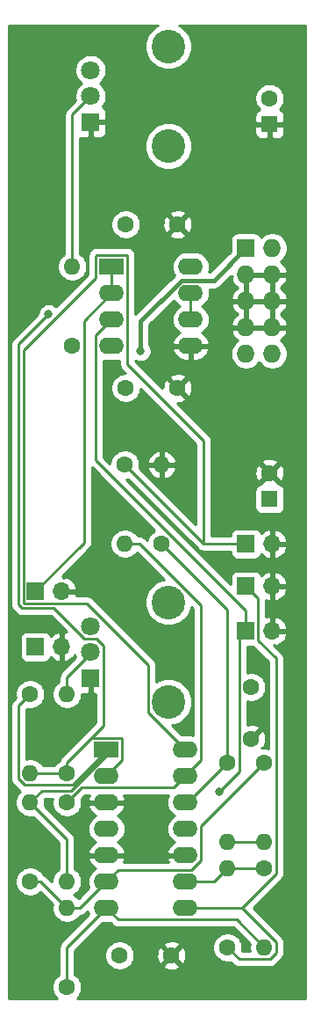
<source format=gbr>
%TF.GenerationSoftware,KiCad,Pcbnew,(5.1.9)-1*%
%TF.CreationDate,2021-09-28T21:21:45+01:00*%
%TF.ProjectId,KosmicSuperspreader,4b6f736d-6963-4537-9570-657273707265,rev?*%
%TF.SameCoordinates,Original*%
%TF.FileFunction,Copper,L2,Bot*%
%TF.FilePolarity,Positive*%
%FSLAX46Y46*%
G04 Gerber Fmt 4.6, Leading zero omitted, Abs format (unit mm)*
G04 Created by KiCad (PCBNEW (5.1.9)-1) date 2021-09-28 21:21:45*
%MOMM*%
%LPD*%
G01*
G04 APERTURE LIST*
%TA.AperFunction,ComponentPad*%
%ADD10O,2.400000X1.600000*%
%TD*%
%TA.AperFunction,ComponentPad*%
%ADD11R,2.400000X1.600000*%
%TD*%
%TA.AperFunction,ComponentPad*%
%ADD12C,3.240000*%
%TD*%
%TA.AperFunction,ComponentPad*%
%ADD13C,1.800000*%
%TD*%
%TA.AperFunction,ComponentPad*%
%ADD14R,1.800000X1.800000*%
%TD*%
%TA.AperFunction,ComponentPad*%
%ADD15O,1.600000X1.600000*%
%TD*%
%TA.AperFunction,ComponentPad*%
%ADD16C,1.600000*%
%TD*%
%TA.AperFunction,ComponentPad*%
%ADD17R,1.727200X1.727200*%
%TD*%
%TA.AperFunction,ComponentPad*%
%ADD18O,1.727200X1.727200*%
%TD*%
%TA.AperFunction,ComponentPad*%
%ADD19O,1.700000X1.700000*%
%TD*%
%TA.AperFunction,ComponentPad*%
%ADD20R,1.700000X1.700000*%
%TD*%
%TA.AperFunction,ComponentPad*%
%ADD21R,1.600000X1.600000*%
%TD*%
%TA.AperFunction,ViaPad*%
%ADD22C,0.800000*%
%TD*%
%TA.AperFunction,Conductor*%
%ADD23C,0.400000*%
%TD*%
%TA.AperFunction,Conductor*%
%ADD24C,0.250000*%
%TD*%
%TA.AperFunction,Conductor*%
%ADD25C,0.254000*%
%TD*%
%TA.AperFunction,Conductor*%
%ADD26C,0.100000*%
%TD*%
G04 APERTURE END LIST*
D10*
%TO.P,U2,14*%
%TO.N,OUTMINUS*%
X157734000Y-135382000D03*
%TO.P,U2,7*%
%TO.N,Net-(R10-Pad1)*%
X150114000Y-150622000D03*
%TO.P,U2,13*%
%TO.N,Net-(R7-Pad1)*%
X157734000Y-137922000D03*
%TO.P,U2,6*%
%TO.N,Net-(R10-Pad2)*%
X150114000Y-148082000D03*
%TO.P,U2,12*%
%TO.N,Net-(R6-Pad1)*%
X157734000Y-140462000D03*
%TO.P,U2,5*%
%TO.N,GND*%
X150114000Y-145542000D03*
%TO.P,U2,11*%
%TO.N,-12V*%
X157734000Y-143002000D03*
%TO.P,U2,4*%
%TO.N,+12V*%
X150114000Y-143002000D03*
%TO.P,U2,10*%
%TO.N,GND*%
X157734000Y-145542000D03*
%TO.P,U2,3*%
X150114000Y-140462000D03*
%TO.P,U2,9*%
%TO.N,Net-(R11-Pad1)*%
X157734000Y-148082000D03*
%TO.P,U2,2*%
%TO.N,Net-(R1-Pad1)*%
X150114000Y-137922000D03*
%TO.P,U2,8*%
%TO.N,OUTPLUS*%
X157734000Y-150622000D03*
D11*
%TO.P,U2,1*%
%TO.N,Net-(R3-Pad1)*%
X150114000Y-135382000D03*
%TD*%
D10*
%TO.P,U1,8*%
%TO.N,+12V*%
X158242000Y-88900000D03*
%TO.P,U1,4*%
%TO.N,-12V*%
X150622000Y-96520000D03*
%TO.P,U1,7*%
%TO.N,Net-(U1-Pad6)*%
X158242000Y-91440000D03*
%TO.P,U1,3*%
%TO.N,INPUT*%
X150622000Y-93980000D03*
%TO.P,U1,6*%
%TO.N,Net-(U1-Pad6)*%
X158242000Y-93980000D03*
%TO.P,U1,2*%
%TO.N,OUTPUT*%
X150622000Y-91440000D03*
%TO.P,U1,5*%
%TO.N,GND*%
X158242000Y-96520000D03*
D11*
%TO.P,U1,1*%
%TO.N,OUTPUT*%
X150622000Y-88900000D03*
%TD*%
D12*
%TO.P,RV2,*%
%TO.N,*%
X156083000Y-77291000D03*
X156083000Y-67691000D03*
D13*
%TO.P,RV2,3*%
%TO.N,+12V*%
X148583000Y-69991000D03*
%TO.P,RV2,2*%
%TO.N,Net-(R2-Pad2)*%
X148583000Y-72491000D03*
D14*
%TO.P,RV2,1*%
%TO.N,GND*%
X148583000Y-74991000D03*
%TD*%
D12*
%TO.P,RV1,*%
%TO.N,*%
X156090000Y-130810000D03*
X156090000Y-121210000D03*
D13*
%TO.P,RV1,3*%
%TO.N,SPREAD*%
X148590000Y-123510000D03*
%TO.P,RV1,2*%
%TO.N,Net-(R1-Pad2)*%
X148590000Y-126010000D03*
D14*
%TO.P,RV1,1*%
%TO.N,GND*%
X148590000Y-128510000D03*
%TD*%
D15*
%TO.P,R12,2*%
%TO.N,Net-(R11-Pad1)*%
X161798000Y-146812000D03*
D16*
%TO.P,R12,1*%
%TO.N,OUTPLUS*%
X161798000Y-154432000D03*
%TD*%
D15*
%TO.P,R11,2*%
%TO.N,Net-(R10-Pad1)*%
X165354000Y-154432000D03*
D16*
%TO.P,R11,1*%
%TO.N,Net-(R11-Pad1)*%
X165354000Y-146812000D03*
%TD*%
D15*
%TO.P,R10,2*%
%TO.N,Net-(R10-Pad2)*%
X146304000Y-150622000D03*
D16*
%TO.P,R10,1*%
%TO.N,Net-(R10-Pad1)*%
X146304000Y-158242000D03*
%TD*%
D15*
%TO.P,R9,2*%
%TO.N,Net-(R7-Pad1)*%
X151892000Y-115570000D03*
D16*
%TO.P,R9,1*%
%TO.N,OUTMINUS*%
X151892000Y-107950000D03*
%TD*%
D15*
%TO.P,R8,2*%
%TO.N,GND*%
X155448000Y-107950000D03*
D16*
%TO.P,R8,1*%
%TO.N,Net-(R6-Pad1)*%
X155448000Y-115570000D03*
%TD*%
D15*
%TO.P,R7,2*%
%TO.N,Net-(R3-Pad1)*%
X146304000Y-148082000D03*
D16*
%TO.P,R7,1*%
%TO.N,Net-(R7-Pad1)*%
X146304000Y-140462000D03*
%TD*%
D15*
%TO.P,R6,2*%
%TO.N,INPUT*%
X161798000Y-144272000D03*
D16*
%TO.P,R6,1*%
%TO.N,Net-(R6-Pad1)*%
X161798000Y-136652000D03*
%TD*%
D15*
%TO.P,R5,2*%
%TO.N,INPUT*%
X165354000Y-144272000D03*
D16*
%TO.P,R5,1*%
%TO.N,Net-(R10-Pad2)*%
X165354000Y-136652000D03*
%TD*%
D15*
%TO.P,R4,2*%
%TO.N,Net-(R3-Pad1)*%
X142748000Y-140462000D03*
D16*
%TO.P,R4,1*%
%TO.N,Net-(R10-Pad2)*%
X142748000Y-148082000D03*
%TD*%
D15*
%TO.P,R3,2*%
%TO.N,Net-(R1-Pad1)*%
X142748000Y-137668000D03*
D16*
%TO.P,R3,1*%
%TO.N,Net-(R3-Pad1)*%
X142748000Y-130048000D03*
%TD*%
D15*
%TO.P,R2,2*%
%TO.N,Net-(R2-Pad2)*%
X146812000Y-88900000D03*
D16*
%TO.P,R2,1*%
%TO.N,Net-(R1-Pad1)*%
X146812000Y-96520000D03*
%TD*%
D15*
%TO.P,R1,2*%
%TO.N,Net-(R1-Pad2)*%
X146304000Y-130048000D03*
D16*
%TO.P,R1,1*%
%TO.N,Net-(R1-Pad1)*%
X146304000Y-137668000D03*
%TD*%
D17*
%TO.P,J6,1*%
%TO.N,-12V*%
X163576000Y-87122000D03*
D18*
%TO.P,J6,2*%
X166116000Y-87122000D03*
%TO.P,J6,3*%
%TO.N,GND*%
X163576000Y-89662000D03*
%TO.P,J6,4*%
X166116000Y-89662000D03*
%TO.P,J6,5*%
X163576000Y-92202000D03*
%TO.P,J6,6*%
X166116000Y-92202000D03*
%TO.P,J6,7*%
X163576000Y-94742000D03*
%TO.P,J6,8*%
X166116000Y-94742000D03*
%TO.P,J6,9*%
%TO.N,+12V*%
X163576000Y-97282000D03*
%TO.P,J6,10*%
X166116000Y-97282000D03*
%TD*%
D19*
%TO.P,J5,2*%
%TO.N,GND*%
X145796000Y-120142000D03*
D20*
%TO.P,J5,1*%
%TO.N,OUTPUT*%
X143256000Y-120142000D03*
%TD*%
D19*
%TO.P,J4,2*%
%TO.N,GND*%
X166116000Y-119634000D03*
D20*
%TO.P,J4,1*%
%TO.N,OUTPLUS*%
X163576000Y-119634000D03*
%TD*%
D19*
%TO.P,J3,2*%
%TO.N,GND*%
X166116000Y-115570000D03*
D20*
%TO.P,J3,1*%
%TO.N,OUTMINUS*%
X163576000Y-115570000D03*
%TD*%
D19*
%TO.P,J2,2*%
%TO.N,GND*%
X145796000Y-125476000D03*
D20*
%TO.P,J2,1*%
%TO.N,SPREAD*%
X143256000Y-125476000D03*
%TD*%
D19*
%TO.P,J1,2*%
%TO.N,GND*%
X166116000Y-123952000D03*
D20*
%TO.P,J1,1*%
%TO.N,INPUT*%
X163576000Y-123952000D03*
%TD*%
D16*
%TO.P,C6,2*%
%TO.N,GND*%
X156384000Y-155194000D03*
%TO.P,C6,1*%
%TO.N,-12V*%
X151384000Y-155194000D03*
%TD*%
%TO.P,C5,2*%
%TO.N,GND*%
X164084000Y-134366000D03*
%TO.P,C5,1*%
%TO.N,+12V*%
X164084000Y-129366000D03*
%TD*%
%TO.P,C4,2*%
%TO.N,GND*%
X156972000Y-100584000D03*
%TO.P,C4,1*%
%TO.N,-12V*%
X151972000Y-100584000D03*
%TD*%
%TO.P,C3,2*%
%TO.N,GND*%
X156972000Y-84836000D03*
%TO.P,C3,1*%
%TO.N,+12V*%
X151972000Y-84836000D03*
%TD*%
%TO.P,C2,2*%
%TO.N,-12V*%
X165862000Y-72684000D03*
D21*
%TO.P,C2,1*%
%TO.N,GND*%
X165862000Y-75184000D03*
%TD*%
D16*
%TO.P,C1,2*%
%TO.N,GND*%
X165862000Y-108752000D03*
D21*
%TO.P,C1,1*%
%TO.N,+12V*%
X165862000Y-111252000D03*
%TD*%
D22*
%TO.N,-12V*%
X153416000Y-97028000D03*
%TO.N,INPUT*%
X161036000Y-139446000D03*
%TO.N,Net-(R1-Pad1)*%
X144526000Y-93472000D03*
%TD*%
D23*
%TO.N,-12V*%
X153416000Y-94168930D02*
X153416000Y-97028000D01*
X157344940Y-90239990D02*
X153416000Y-94168930D01*
X160458010Y-90239990D02*
X157344940Y-90239990D01*
X163576000Y-87122000D02*
X160458010Y-90239990D01*
D24*
%TO.N,INPUT*%
X165354000Y-144272000D02*
X161798000Y-144272000D01*
X162958999Y-137523001D02*
X161036000Y-139446000D01*
X162958999Y-124569001D02*
X162958999Y-137523001D01*
X163576000Y-123952000D02*
X162958999Y-124569001D01*
X163576000Y-122032998D02*
X163576000Y-123952000D01*
X149096990Y-107553988D02*
X163576000Y-122032998D01*
X149096990Y-95505010D02*
X149096990Y-107553988D01*
X150622000Y-93980000D02*
X149096990Y-95505010D01*
%TO.N,OUTMINUS*%
X159512000Y-115570000D02*
X151892000Y-107950000D01*
X163576000Y-115570000D02*
X159512000Y-115570000D01*
X154144999Y-131792999D02*
X157734000Y-135382000D01*
X154144999Y-127251997D02*
X154144999Y-131792999D01*
X148210003Y-121317001D02*
X154144999Y-127251997D01*
X142080999Y-121252001D02*
X142145999Y-121317001D01*
X142080999Y-96976001D02*
X142080999Y-121252001D01*
X149096999Y-89960001D02*
X142080999Y-96976001D01*
X149096999Y-87839999D02*
X149096999Y-89960001D01*
X142145999Y-121317001D02*
X148210003Y-121317001D01*
X149161999Y-87774999D02*
X149096999Y-87839999D01*
X152082001Y-87774999D02*
X149161999Y-87774999D01*
X152147001Y-87839999D02*
X152082001Y-87774999D01*
X152147001Y-98304017D02*
X152147001Y-87839999D01*
X159512000Y-105669016D02*
X152147001Y-98304017D01*
X159512000Y-115570000D02*
X159512000Y-105669016D01*
%TO.N,OUTPLUS*%
X163209002Y-150622000D02*
X157734000Y-150622000D01*
X166479001Y-153891999D02*
X163209002Y-150622000D01*
X166479001Y-154972001D02*
X166479001Y-153891999D01*
X165894001Y-155557001D02*
X166479001Y-154972001D01*
X162923001Y-155557001D02*
X165894001Y-155557001D01*
X161798000Y-154432000D02*
X162923001Y-155557001D01*
X164751001Y-120809001D02*
X163576000Y-119634000D01*
X164751001Y-124873001D02*
X164751001Y-120809001D01*
X166479001Y-126601001D02*
X164751001Y-124873001D01*
X166479001Y-147352001D02*
X166479001Y-126601001D01*
X163209002Y-150622000D02*
X166479001Y-147352001D01*
%TO.N,OUTPUT*%
X147937001Y-94124999D02*
X150622000Y-91440000D01*
X147937001Y-115460999D02*
X147937001Y-94124999D01*
X143256000Y-120142000D02*
X147937001Y-115460999D01*
X150622000Y-88900000D02*
X150622000Y-91440000D01*
%TO.N,Net-(R1-Pad2)*%
X148590000Y-126124998D02*
X148590000Y-126010000D01*
X146304000Y-128410998D02*
X148590000Y-126124998D01*
X146304000Y-130048000D02*
X146304000Y-128410998D01*
%TO.N,Net-(R1-Pad1)*%
X146304000Y-136606998D02*
X146304000Y-137668000D01*
X148653999Y-134256999D02*
X146304000Y-136606998D01*
X151574001Y-134256999D02*
X148653999Y-134256999D01*
X151639001Y-134321999D02*
X151574001Y-134256999D01*
X151639001Y-136396999D02*
X151639001Y-134321999D01*
X150114000Y-137922000D02*
X151639001Y-136396999D01*
X142748000Y-137668000D02*
X146304000Y-137668000D01*
X141630989Y-121438401D02*
X141630989Y-96367011D01*
X141959598Y-121767010D02*
X141630989Y-121438401D01*
X145034008Y-121767010D02*
X141959598Y-121767010D01*
X148001999Y-124735001D02*
X145034008Y-121767010D01*
X149815001Y-125372001D02*
X149178001Y-124735001D01*
X149178001Y-124735001D02*
X148001999Y-124735001D01*
X149815001Y-133095997D02*
X149815001Y-125372001D01*
X141630989Y-96367011D02*
X144526000Y-93472000D01*
X148653999Y-134256999D02*
X149815001Y-133095997D01*
%TO.N,Net-(R2-Pad2)*%
X146812000Y-74262000D02*
X148583000Y-72491000D01*
X146812000Y-88900000D02*
X146812000Y-74262000D01*
%TO.N,Net-(R3-Pad1)*%
X146304000Y-144018000D02*
X142748000Y-140462000D01*
X146304000Y-148082000D02*
X146304000Y-144018000D01*
X150114000Y-135930996D02*
X150114000Y-135382000D01*
X146707997Y-139336999D02*
X150114000Y-135930996D01*
X143873001Y-139336999D02*
X146707997Y-139336999D01*
X142748000Y-140462000D02*
X143873001Y-139336999D01*
X141622999Y-138208001D02*
X141622999Y-131173001D01*
X142207999Y-138793001D02*
X141622999Y-138208001D01*
X141622999Y-131173001D02*
X142748000Y-130048000D01*
X146844001Y-138793001D02*
X142207999Y-138793001D01*
X150114000Y-135523002D02*
X146844001Y-138793001D01*
X150114000Y-135382000D02*
X150114000Y-135523002D01*
%TO.N,Net-(R10-Pad2)*%
X143764000Y-148082000D02*
X142748000Y-148082000D01*
X146304000Y-150622000D02*
X143764000Y-148082000D01*
X147574000Y-150622000D02*
X150114000Y-148082000D01*
X146304000Y-150622000D02*
X147574000Y-150622000D01*
X159259010Y-142746990D02*
X165354000Y-136652000D01*
X159259010Y-146007994D02*
X159259010Y-142746990D01*
X158310014Y-146956990D02*
X159259010Y-146007994D01*
X151239010Y-146956990D02*
X158310014Y-146956990D01*
X150114000Y-148082000D02*
X151239010Y-146956990D01*
%TO.N,Net-(R6-Pad1)*%
X157988000Y-140462000D02*
X161798000Y-136652000D01*
X157734000Y-140462000D02*
X157988000Y-140462000D01*
X161798000Y-121920000D02*
X155448000Y-115570000D01*
X161798000Y-136652000D02*
X161798000Y-121920000D01*
%TO.N,Net-(R7-Pad1)*%
X156608990Y-139047010D02*
X157734000Y-137922000D01*
X147718990Y-139047010D02*
X156608990Y-139047010D01*
X146304000Y-140462000D02*
X147718990Y-139047010D01*
X153328602Y-115570000D02*
X151892000Y-115570000D01*
X159259010Y-121500408D02*
X153328602Y-115570000D01*
X159259010Y-136396990D02*
X159259010Y-121500408D01*
X157734000Y-137922000D02*
X159259010Y-136396990D01*
%TO.N,Net-(R10-Pad1)*%
X146304000Y-154432000D02*
X150114000Y-150622000D01*
X146304000Y-158242000D02*
X146304000Y-154432000D01*
X162669010Y-151747010D02*
X165354000Y-154432000D01*
X151239010Y-151747010D02*
X162669010Y-151747010D01*
X150114000Y-150622000D02*
X151239010Y-151747010D01*
%TO.N,Net-(R11-Pad1)*%
X160528000Y-148082000D02*
X161798000Y-146812000D01*
X157734000Y-148082000D02*
X160528000Y-148082000D01*
X161798000Y-146812000D02*
X165354000Y-146812000D01*
%TO.N,Net-(U1-Pad6)*%
X158242000Y-93980000D02*
X158242000Y-91440000D01*
%TD*%
D25*
%TO.N,GND*%
X155014857Y-65692645D02*
X154645521Y-65939427D01*
X154331427Y-66253521D01*
X154084645Y-66622857D01*
X153914658Y-67033241D01*
X153828000Y-67468902D01*
X153828000Y-67913098D01*
X153914658Y-68348759D01*
X154084645Y-68759143D01*
X154331427Y-69128479D01*
X154645521Y-69442573D01*
X155014857Y-69689355D01*
X155425241Y-69859342D01*
X155860902Y-69946000D01*
X156305098Y-69946000D01*
X156740759Y-69859342D01*
X157151143Y-69689355D01*
X157520479Y-69442573D01*
X157834573Y-69128479D01*
X158081355Y-68759143D01*
X158251342Y-68348759D01*
X158338000Y-67913098D01*
X158338000Y-67468902D01*
X158251342Y-67033241D01*
X158081355Y-66622857D01*
X157834573Y-66253521D01*
X157520479Y-65939427D01*
X157151143Y-65692645D01*
X157132686Y-65685000D01*
X169315000Y-65685000D01*
X169315001Y-159315000D01*
X147260396Y-159315000D01*
X147418637Y-159156759D01*
X147575680Y-158921727D01*
X147683853Y-158660574D01*
X147739000Y-158383335D01*
X147739000Y-158100665D01*
X147683853Y-157823426D01*
X147575680Y-157562273D01*
X147418637Y-157327241D01*
X147218759Y-157127363D01*
X147064000Y-157023957D01*
X147064000Y-155052665D01*
X149949000Y-155052665D01*
X149949000Y-155335335D01*
X150004147Y-155612574D01*
X150112320Y-155873727D01*
X150269363Y-156108759D01*
X150469241Y-156308637D01*
X150704273Y-156465680D01*
X150965426Y-156573853D01*
X151242665Y-156629000D01*
X151525335Y-156629000D01*
X151802574Y-156573853D01*
X152063727Y-156465680D01*
X152298759Y-156308637D01*
X152420694Y-156186702D01*
X155570903Y-156186702D01*
X155642486Y-156430671D01*
X155897996Y-156551571D01*
X156172184Y-156620300D01*
X156454512Y-156634217D01*
X156734130Y-156592787D01*
X157000292Y-156497603D01*
X157125514Y-156430671D01*
X157197097Y-156186702D01*
X156384000Y-155373605D01*
X155570903Y-156186702D01*
X152420694Y-156186702D01*
X152498637Y-156108759D01*
X152655680Y-155873727D01*
X152763853Y-155612574D01*
X152819000Y-155335335D01*
X152819000Y-155264512D01*
X154943783Y-155264512D01*
X154985213Y-155544130D01*
X155080397Y-155810292D01*
X155147329Y-155935514D01*
X155391298Y-156007097D01*
X156204395Y-155194000D01*
X156563605Y-155194000D01*
X157376702Y-156007097D01*
X157620671Y-155935514D01*
X157741571Y-155680004D01*
X157810300Y-155405816D01*
X157824217Y-155123488D01*
X157782787Y-154843870D01*
X157687603Y-154577708D01*
X157620671Y-154452486D01*
X157376702Y-154380903D01*
X156563605Y-155194000D01*
X156204395Y-155194000D01*
X155391298Y-154380903D01*
X155147329Y-154452486D01*
X155026429Y-154707996D01*
X154957700Y-154982184D01*
X154943783Y-155264512D01*
X152819000Y-155264512D01*
X152819000Y-155052665D01*
X152763853Y-154775426D01*
X152655680Y-154514273D01*
X152498637Y-154279241D01*
X152420694Y-154201298D01*
X155570903Y-154201298D01*
X156384000Y-155014395D01*
X157197097Y-154201298D01*
X157125514Y-153957329D01*
X156870004Y-153836429D01*
X156595816Y-153767700D01*
X156313488Y-153753783D01*
X156033870Y-153795213D01*
X155767708Y-153890397D01*
X155642486Y-153957329D01*
X155570903Y-154201298D01*
X152420694Y-154201298D01*
X152298759Y-154079363D01*
X152063727Y-153922320D01*
X151802574Y-153814147D01*
X151525335Y-153759000D01*
X151242665Y-153759000D01*
X150965426Y-153814147D01*
X150704273Y-153922320D01*
X150469241Y-154079363D01*
X150269363Y-154279241D01*
X150112320Y-154514273D01*
X150004147Y-154775426D01*
X149949000Y-155052665D01*
X147064000Y-155052665D01*
X147064000Y-154746801D01*
X149753802Y-152057000D01*
X150474197Y-152057000D01*
X150675215Y-152258018D01*
X150699009Y-152287011D01*
X150728002Y-152310805D01*
X150728006Y-152310809D01*
X150798695Y-152368821D01*
X150814734Y-152381984D01*
X150946763Y-152452556D01*
X151090024Y-152496013D01*
X151201677Y-152507010D01*
X151201686Y-152507010D01*
X151239009Y-152510686D01*
X151276332Y-152507010D01*
X162354209Y-152507010D01*
X163955312Y-154108114D01*
X163919000Y-154290665D01*
X163919000Y-154573335D01*
X163963491Y-154797001D01*
X163237803Y-154797001D01*
X163196688Y-154755886D01*
X163233000Y-154573335D01*
X163233000Y-154290665D01*
X163177853Y-154013426D01*
X163069680Y-153752273D01*
X162912637Y-153517241D01*
X162712759Y-153317363D01*
X162477727Y-153160320D01*
X162216574Y-153052147D01*
X161939335Y-152997000D01*
X161656665Y-152997000D01*
X161379426Y-153052147D01*
X161118273Y-153160320D01*
X160883241Y-153317363D01*
X160683363Y-153517241D01*
X160526320Y-153752273D01*
X160418147Y-154013426D01*
X160363000Y-154290665D01*
X160363000Y-154573335D01*
X160418147Y-154850574D01*
X160526320Y-155111727D01*
X160683363Y-155346759D01*
X160883241Y-155546637D01*
X161118273Y-155703680D01*
X161379426Y-155811853D01*
X161656665Y-155867000D01*
X161939335Y-155867000D01*
X162121886Y-155830688D01*
X162359202Y-156068004D01*
X162383000Y-156097002D01*
X162498725Y-156191975D01*
X162630754Y-156262547D01*
X162774015Y-156306004D01*
X162885668Y-156317001D01*
X162885676Y-156317001D01*
X162923001Y-156320677D01*
X162960326Y-156317001D01*
X165856679Y-156317001D01*
X165894001Y-156320677D01*
X165931323Y-156317001D01*
X165931334Y-156317001D01*
X166042987Y-156306004D01*
X166186248Y-156262547D01*
X166318277Y-156191975D01*
X166434002Y-156097002D01*
X166457804Y-156067999D01*
X166990005Y-155535799D01*
X167019002Y-155512002D01*
X167045333Y-155479918D01*
X167113975Y-155396278D01*
X167184547Y-155264248D01*
X167184547Y-155264247D01*
X167228004Y-155120987D01*
X167239001Y-155009334D01*
X167239001Y-155009324D01*
X167242677Y-154972001D01*
X167239001Y-154934678D01*
X167239001Y-153929322D01*
X167242677Y-153891999D01*
X167239001Y-153854676D01*
X167239001Y-153854666D01*
X167228004Y-153743013D01*
X167184547Y-153599752D01*
X167113975Y-153467722D01*
X167042800Y-153380996D01*
X167019002Y-153351998D01*
X166990004Y-153328200D01*
X164283803Y-150622000D01*
X166990005Y-147915799D01*
X167019002Y-147892002D01*
X167045333Y-147859918D01*
X167113975Y-147776278D01*
X167184547Y-147644248D01*
X167200407Y-147591964D01*
X167228004Y-147500987D01*
X167239001Y-147389334D01*
X167239001Y-147389324D01*
X167242677Y-147352001D01*
X167239001Y-147314678D01*
X167239001Y-126638323D01*
X167242677Y-126601000D01*
X167239001Y-126563677D01*
X167239001Y-126563668D01*
X167228004Y-126452015D01*
X167184547Y-126308754D01*
X167165961Y-126273983D01*
X167113975Y-126176724D01*
X167042800Y-126089998D01*
X167019002Y-126061000D01*
X166990004Y-126037202D01*
X166243002Y-125290201D01*
X166243002Y-125272156D01*
X166472890Y-125393476D01*
X166620099Y-125348825D01*
X166882920Y-125223641D01*
X167116269Y-125049588D01*
X167311178Y-124833355D01*
X167460157Y-124583252D01*
X167557481Y-124308891D01*
X167436814Y-124079000D01*
X166243000Y-124079000D01*
X166243000Y-124099000D01*
X165989000Y-124099000D01*
X165989000Y-124079000D01*
X165969000Y-124079000D01*
X165969000Y-123825000D01*
X165989000Y-123825000D01*
X165989000Y-122631845D01*
X166243000Y-122631845D01*
X166243000Y-123825000D01*
X167436814Y-123825000D01*
X167557481Y-123595109D01*
X167460157Y-123320748D01*
X167311178Y-123070645D01*
X167116269Y-122854412D01*
X166882920Y-122680359D01*
X166620099Y-122555175D01*
X166472890Y-122510524D01*
X166243000Y-122631845D01*
X165989000Y-122631845D01*
X165759110Y-122510524D01*
X165611901Y-122555175D01*
X165511001Y-122603235D01*
X165511001Y-120982765D01*
X165611901Y-121030825D01*
X165759110Y-121075476D01*
X165989000Y-120954155D01*
X165989000Y-119761000D01*
X166243000Y-119761000D01*
X166243000Y-120954155D01*
X166472890Y-121075476D01*
X166620099Y-121030825D01*
X166882920Y-120905641D01*
X167116269Y-120731588D01*
X167311178Y-120515355D01*
X167460157Y-120265252D01*
X167557481Y-119990891D01*
X167436814Y-119761000D01*
X166243000Y-119761000D01*
X165989000Y-119761000D01*
X165969000Y-119761000D01*
X165969000Y-119507000D01*
X165989000Y-119507000D01*
X165989000Y-118313845D01*
X166243000Y-118313845D01*
X166243000Y-119507000D01*
X167436814Y-119507000D01*
X167557481Y-119277109D01*
X167460157Y-119002748D01*
X167311178Y-118752645D01*
X167116269Y-118536412D01*
X166882920Y-118362359D01*
X166620099Y-118237175D01*
X166472890Y-118192524D01*
X166243000Y-118313845D01*
X165989000Y-118313845D01*
X165759110Y-118192524D01*
X165611901Y-118237175D01*
X165349080Y-118362359D01*
X165115731Y-118536412D01*
X165039966Y-118620466D01*
X165015502Y-118539820D01*
X164956537Y-118429506D01*
X164877185Y-118332815D01*
X164780494Y-118253463D01*
X164670180Y-118194498D01*
X164550482Y-118158188D01*
X164426000Y-118145928D01*
X162726000Y-118145928D01*
X162601518Y-118158188D01*
X162481820Y-118194498D01*
X162371506Y-118253463D01*
X162274815Y-118332815D01*
X162195463Y-118429506D01*
X162136498Y-118539820D01*
X162100188Y-118659518D01*
X162087928Y-118784000D01*
X162087928Y-119470124D01*
X152002803Y-109385000D01*
X152033335Y-109385000D01*
X152215887Y-109348688D01*
X158948200Y-116081002D01*
X158971999Y-116110001D01*
X159087724Y-116204974D01*
X159219753Y-116275546D01*
X159363014Y-116319003D01*
X159512000Y-116333677D01*
X159549333Y-116330000D01*
X162087928Y-116330000D01*
X162087928Y-116420000D01*
X162100188Y-116544482D01*
X162136498Y-116664180D01*
X162195463Y-116774494D01*
X162274815Y-116871185D01*
X162371506Y-116950537D01*
X162481820Y-117009502D01*
X162601518Y-117045812D01*
X162726000Y-117058072D01*
X164426000Y-117058072D01*
X164550482Y-117045812D01*
X164670180Y-117009502D01*
X164780494Y-116950537D01*
X164877185Y-116871185D01*
X164956537Y-116774494D01*
X165015502Y-116664180D01*
X165039966Y-116583534D01*
X165115731Y-116667588D01*
X165349080Y-116841641D01*
X165611901Y-116966825D01*
X165759110Y-117011476D01*
X165989000Y-116890155D01*
X165989000Y-115697000D01*
X166243000Y-115697000D01*
X166243000Y-116890155D01*
X166472890Y-117011476D01*
X166620099Y-116966825D01*
X166882920Y-116841641D01*
X167116269Y-116667588D01*
X167311178Y-116451355D01*
X167460157Y-116201252D01*
X167557481Y-115926891D01*
X167436814Y-115697000D01*
X166243000Y-115697000D01*
X165989000Y-115697000D01*
X165969000Y-115697000D01*
X165969000Y-115443000D01*
X165989000Y-115443000D01*
X165989000Y-114249845D01*
X166243000Y-114249845D01*
X166243000Y-115443000D01*
X167436814Y-115443000D01*
X167557481Y-115213109D01*
X167460157Y-114938748D01*
X167311178Y-114688645D01*
X167116269Y-114472412D01*
X166882920Y-114298359D01*
X166620099Y-114173175D01*
X166472890Y-114128524D01*
X166243000Y-114249845D01*
X165989000Y-114249845D01*
X165759110Y-114128524D01*
X165611901Y-114173175D01*
X165349080Y-114298359D01*
X165115731Y-114472412D01*
X165039966Y-114556466D01*
X165015502Y-114475820D01*
X164956537Y-114365506D01*
X164877185Y-114268815D01*
X164780494Y-114189463D01*
X164670180Y-114130498D01*
X164550482Y-114094188D01*
X164426000Y-114081928D01*
X162726000Y-114081928D01*
X162601518Y-114094188D01*
X162481820Y-114130498D01*
X162371506Y-114189463D01*
X162274815Y-114268815D01*
X162195463Y-114365506D01*
X162136498Y-114475820D01*
X162100188Y-114595518D01*
X162087928Y-114720000D01*
X162087928Y-114810000D01*
X160272000Y-114810000D01*
X160272000Y-110452000D01*
X164423928Y-110452000D01*
X164423928Y-112052000D01*
X164436188Y-112176482D01*
X164472498Y-112296180D01*
X164531463Y-112406494D01*
X164610815Y-112503185D01*
X164707506Y-112582537D01*
X164817820Y-112641502D01*
X164937518Y-112677812D01*
X165062000Y-112690072D01*
X166662000Y-112690072D01*
X166786482Y-112677812D01*
X166906180Y-112641502D01*
X167016494Y-112582537D01*
X167113185Y-112503185D01*
X167192537Y-112406494D01*
X167251502Y-112296180D01*
X167287812Y-112176482D01*
X167300072Y-112052000D01*
X167300072Y-110452000D01*
X167287812Y-110327518D01*
X167251502Y-110207820D01*
X167192537Y-110097506D01*
X167113185Y-110000815D01*
X167016494Y-109921463D01*
X166906180Y-109862498D01*
X166786482Y-109826188D01*
X166662000Y-109813928D01*
X166654785Y-109813928D01*
X166675097Y-109744702D01*
X165862000Y-108931605D01*
X165048903Y-109744702D01*
X165069215Y-109813928D01*
X165062000Y-109813928D01*
X164937518Y-109826188D01*
X164817820Y-109862498D01*
X164707506Y-109921463D01*
X164610815Y-110000815D01*
X164531463Y-110097506D01*
X164472498Y-110207820D01*
X164436188Y-110327518D01*
X164423928Y-110452000D01*
X160272000Y-110452000D01*
X160272000Y-108822512D01*
X164421783Y-108822512D01*
X164463213Y-109102130D01*
X164558397Y-109368292D01*
X164625329Y-109493514D01*
X164869298Y-109565097D01*
X165682395Y-108752000D01*
X166041605Y-108752000D01*
X166854702Y-109565097D01*
X167098671Y-109493514D01*
X167219571Y-109238004D01*
X167288300Y-108963816D01*
X167302217Y-108681488D01*
X167260787Y-108401870D01*
X167165603Y-108135708D01*
X167098671Y-108010486D01*
X166854702Y-107938903D01*
X166041605Y-108752000D01*
X165682395Y-108752000D01*
X164869298Y-107938903D01*
X164625329Y-108010486D01*
X164504429Y-108265996D01*
X164435700Y-108540184D01*
X164421783Y-108822512D01*
X160272000Y-108822512D01*
X160272000Y-107759298D01*
X165048903Y-107759298D01*
X165862000Y-108572395D01*
X166675097Y-107759298D01*
X166603514Y-107515329D01*
X166348004Y-107394429D01*
X166073816Y-107325700D01*
X165791488Y-107311783D01*
X165511870Y-107353213D01*
X165245708Y-107448397D01*
X165120486Y-107515329D01*
X165048903Y-107759298D01*
X160272000Y-107759298D01*
X160272000Y-105706338D01*
X160275676Y-105669015D01*
X160272000Y-105631692D01*
X160272000Y-105631683D01*
X160261003Y-105520030D01*
X160217546Y-105376769D01*
X160146974Y-105244740D01*
X160133811Y-105228701D01*
X160075799Y-105158012D01*
X160075795Y-105158008D01*
X160052001Y-105129015D01*
X160023008Y-105105221D01*
X156936792Y-102019006D01*
X157042512Y-102024217D01*
X157322130Y-101982787D01*
X157588292Y-101887603D01*
X157713514Y-101820671D01*
X157785097Y-101576702D01*
X156972000Y-100763605D01*
X156957858Y-100777748D01*
X156778253Y-100598143D01*
X156792395Y-100584000D01*
X157151605Y-100584000D01*
X157964702Y-101397097D01*
X158208671Y-101325514D01*
X158329571Y-101070004D01*
X158398300Y-100795816D01*
X158412217Y-100513488D01*
X158370787Y-100233870D01*
X158275603Y-99967708D01*
X158208671Y-99842486D01*
X157964702Y-99770903D01*
X157151605Y-100584000D01*
X156792395Y-100584000D01*
X155979298Y-99770903D01*
X155735329Y-99842486D01*
X155614429Y-100097996D01*
X155545700Y-100372184D01*
X155533686Y-100615901D01*
X154509083Y-99591298D01*
X156158903Y-99591298D01*
X156972000Y-100404395D01*
X157785097Y-99591298D01*
X157713514Y-99347329D01*
X157458004Y-99226429D01*
X157183816Y-99157700D01*
X156901488Y-99143783D01*
X156621870Y-99185213D01*
X156355708Y-99280397D01*
X156230486Y-99347329D01*
X156158903Y-99591298D01*
X154509083Y-99591298D01*
X152907001Y-97989216D01*
X152907001Y-97932681D01*
X152925744Y-97945205D01*
X153114102Y-98023226D01*
X153314061Y-98063000D01*
X153517939Y-98063000D01*
X153717898Y-98023226D01*
X153906256Y-97945205D01*
X154075774Y-97831937D01*
X154219937Y-97687774D01*
X154333205Y-97518256D01*
X154411226Y-97329898D01*
X154451000Y-97129939D01*
X154451000Y-96926061D01*
X154439658Y-96869039D01*
X156450096Y-96869039D01*
X156467633Y-96951818D01*
X156578285Y-97211646D01*
X156737500Y-97444895D01*
X156939161Y-97642601D01*
X157175517Y-97797166D01*
X157437486Y-97902650D01*
X157715000Y-97955000D01*
X158115000Y-97955000D01*
X158115000Y-96647000D01*
X158369000Y-96647000D01*
X158369000Y-97955000D01*
X158769000Y-97955000D01*
X159046514Y-97902650D01*
X159308483Y-97797166D01*
X159544839Y-97642601D01*
X159746500Y-97444895D01*
X159905715Y-97211646D01*
X159938611Y-97134401D01*
X162077400Y-97134401D01*
X162077400Y-97429599D01*
X162134990Y-97719125D01*
X162247958Y-97991853D01*
X162411961Y-98237302D01*
X162620698Y-98446039D01*
X162866147Y-98610042D01*
X163138875Y-98723010D01*
X163428401Y-98780600D01*
X163723599Y-98780600D01*
X164013125Y-98723010D01*
X164285853Y-98610042D01*
X164531302Y-98446039D01*
X164740039Y-98237302D01*
X164846000Y-98078719D01*
X164951961Y-98237302D01*
X165160698Y-98446039D01*
X165406147Y-98610042D01*
X165678875Y-98723010D01*
X165968401Y-98780600D01*
X166263599Y-98780600D01*
X166553125Y-98723010D01*
X166825853Y-98610042D01*
X167071302Y-98446039D01*
X167280039Y-98237302D01*
X167444042Y-97991853D01*
X167557010Y-97719125D01*
X167614600Y-97429599D01*
X167614600Y-97134401D01*
X167557010Y-96844875D01*
X167444042Y-96572147D01*
X167280039Y-96326698D01*
X167071302Y-96117961D01*
X166905897Y-96007441D01*
X167004488Y-95948817D01*
X167222854Y-95752293D01*
X167398684Y-95516944D01*
X167525222Y-95251814D01*
X167570958Y-95101026D01*
X167449817Y-94869000D01*
X166243000Y-94869000D01*
X166243000Y-94889000D01*
X165989000Y-94889000D01*
X165989000Y-94869000D01*
X163703000Y-94869000D01*
X163703000Y-94889000D01*
X163449000Y-94889000D01*
X163449000Y-94869000D01*
X162242183Y-94869000D01*
X162121042Y-95101026D01*
X162166778Y-95251814D01*
X162293316Y-95516944D01*
X162469146Y-95752293D01*
X162687512Y-95948817D01*
X162786103Y-96007441D01*
X162620698Y-96117961D01*
X162411961Y-96326698D01*
X162247958Y-96572147D01*
X162134990Y-96844875D01*
X162077400Y-97134401D01*
X159938611Y-97134401D01*
X160016367Y-96951818D01*
X160033904Y-96869039D01*
X159911915Y-96647000D01*
X158369000Y-96647000D01*
X158115000Y-96647000D01*
X156572085Y-96647000D01*
X156450096Y-96869039D01*
X154439658Y-96869039D01*
X154411226Y-96726102D01*
X154333205Y-96537744D01*
X154251000Y-96414715D01*
X154251000Y-94514797D01*
X156601836Y-92163962D01*
X156643068Y-92241101D01*
X156822392Y-92459608D01*
X157040899Y-92638932D01*
X157173858Y-92710000D01*
X157040899Y-92781068D01*
X156822392Y-92960392D01*
X156643068Y-93178899D01*
X156509818Y-93428192D01*
X156427764Y-93698691D01*
X156400057Y-93980000D01*
X156427764Y-94261309D01*
X156509818Y-94531808D01*
X156643068Y-94781101D01*
X156822392Y-94999608D01*
X157040899Y-95178932D01*
X157168741Y-95247265D01*
X156939161Y-95397399D01*
X156737500Y-95595105D01*
X156578285Y-95828354D01*
X156467633Y-96088182D01*
X156450096Y-96170961D01*
X156572085Y-96393000D01*
X158115000Y-96393000D01*
X158115000Y-96373000D01*
X158369000Y-96373000D01*
X158369000Y-96393000D01*
X159911915Y-96393000D01*
X160033904Y-96170961D01*
X160016367Y-96088182D01*
X159905715Y-95828354D01*
X159746500Y-95595105D01*
X159544839Y-95397399D01*
X159315259Y-95247265D01*
X159443101Y-95178932D01*
X159661608Y-94999608D01*
X159840932Y-94781101D01*
X159974182Y-94531808D01*
X160056236Y-94261309D01*
X160083943Y-93980000D01*
X160056236Y-93698691D01*
X159974182Y-93428192D01*
X159840932Y-93178899D01*
X159661608Y-92960392D01*
X159443101Y-92781068D01*
X159310142Y-92710000D01*
X159443101Y-92638932D01*
X159538029Y-92561026D01*
X162121042Y-92561026D01*
X162166778Y-92711814D01*
X162293316Y-92976944D01*
X162469146Y-93212293D01*
X162687512Y-93408817D01*
X162793770Y-93472000D01*
X162687512Y-93535183D01*
X162469146Y-93731707D01*
X162293316Y-93967056D01*
X162166778Y-94232186D01*
X162121042Y-94382974D01*
X162242183Y-94615000D01*
X163449000Y-94615000D01*
X163449000Y-92329000D01*
X163703000Y-92329000D01*
X163703000Y-94615000D01*
X165989000Y-94615000D01*
X165989000Y-92329000D01*
X166243000Y-92329000D01*
X166243000Y-94615000D01*
X167449817Y-94615000D01*
X167570958Y-94382974D01*
X167525222Y-94232186D01*
X167398684Y-93967056D01*
X167222854Y-93731707D01*
X167004488Y-93535183D01*
X166898230Y-93472000D01*
X167004488Y-93408817D01*
X167222854Y-93212293D01*
X167398684Y-92976944D01*
X167525222Y-92711814D01*
X167570958Y-92561026D01*
X167449817Y-92329000D01*
X166243000Y-92329000D01*
X165989000Y-92329000D01*
X163703000Y-92329000D01*
X163449000Y-92329000D01*
X162242183Y-92329000D01*
X162121042Y-92561026D01*
X159538029Y-92561026D01*
X159661608Y-92459608D01*
X159840932Y-92241101D01*
X159974182Y-91991808D01*
X160056236Y-91721309D01*
X160083943Y-91440000D01*
X160056236Y-91158691D01*
X160030846Y-91074990D01*
X160416992Y-91074990D01*
X160458010Y-91079030D01*
X160499028Y-91074990D01*
X160499029Y-91074990D01*
X160621699Y-91062908D01*
X160779097Y-91015162D01*
X160924156Y-90937626D01*
X161051301Y-90833281D01*
X161077456Y-90801411D01*
X162089866Y-89789002D01*
X162242182Y-89789002D01*
X162121042Y-90021026D01*
X162166778Y-90171814D01*
X162293316Y-90436944D01*
X162469146Y-90672293D01*
X162687512Y-90868817D01*
X162793770Y-90932000D01*
X162687512Y-90995183D01*
X162469146Y-91191707D01*
X162293316Y-91427056D01*
X162166778Y-91692186D01*
X162121042Y-91842974D01*
X162242183Y-92075000D01*
X163449000Y-92075000D01*
X163449000Y-89789000D01*
X163703000Y-89789000D01*
X163703000Y-92075000D01*
X165989000Y-92075000D01*
X165989000Y-89789000D01*
X166243000Y-89789000D01*
X166243000Y-92075000D01*
X167449817Y-92075000D01*
X167570958Y-91842974D01*
X167525222Y-91692186D01*
X167398684Y-91427056D01*
X167222854Y-91191707D01*
X167004488Y-90995183D01*
X166898230Y-90932000D01*
X167004488Y-90868817D01*
X167222854Y-90672293D01*
X167398684Y-90436944D01*
X167525222Y-90171814D01*
X167570958Y-90021026D01*
X167449817Y-89789000D01*
X166243000Y-89789000D01*
X165989000Y-89789000D01*
X163703000Y-89789000D01*
X163449000Y-89789000D01*
X163429000Y-89789000D01*
X163429000Y-89535000D01*
X163449000Y-89535000D01*
X163449000Y-89515000D01*
X163703000Y-89515000D01*
X163703000Y-89535000D01*
X165989000Y-89535000D01*
X165989000Y-89515000D01*
X166243000Y-89515000D01*
X166243000Y-89535000D01*
X167449817Y-89535000D01*
X167570958Y-89302974D01*
X167525222Y-89152186D01*
X167398684Y-88887056D01*
X167222854Y-88651707D01*
X167004488Y-88455183D01*
X166905897Y-88396559D01*
X167071302Y-88286039D01*
X167280039Y-88077302D01*
X167444042Y-87831853D01*
X167557010Y-87559125D01*
X167614600Y-87269599D01*
X167614600Y-86974401D01*
X167557010Y-86684875D01*
X167444042Y-86412147D01*
X167280039Y-86166698D01*
X167071302Y-85957961D01*
X166825853Y-85793958D01*
X166553125Y-85680990D01*
X166263599Y-85623400D01*
X165968401Y-85623400D01*
X165678875Y-85680990D01*
X165406147Y-85793958D01*
X165160698Y-85957961D01*
X165046636Y-86072023D01*
X165029102Y-86014220D01*
X164970137Y-85903906D01*
X164890785Y-85807215D01*
X164794094Y-85727863D01*
X164683780Y-85668898D01*
X164564082Y-85632588D01*
X164439600Y-85620328D01*
X162712400Y-85620328D01*
X162587918Y-85632588D01*
X162468220Y-85668898D01*
X162357906Y-85727863D01*
X162261215Y-85807215D01*
X162181863Y-85903906D01*
X162122898Y-86014220D01*
X162086588Y-86133918D01*
X162074328Y-86258400D01*
X162074328Y-87442804D01*
X160112143Y-89404990D01*
X159988384Y-89404990D01*
X160056236Y-89181309D01*
X160083943Y-88900000D01*
X160056236Y-88618691D01*
X159974182Y-88348192D01*
X159840932Y-88098899D01*
X159661608Y-87880392D01*
X159443101Y-87701068D01*
X159193808Y-87567818D01*
X158923309Y-87485764D01*
X158712492Y-87465000D01*
X157771508Y-87465000D01*
X157560691Y-87485764D01*
X157290192Y-87567818D01*
X157040899Y-87701068D01*
X156822392Y-87880392D01*
X156643068Y-88098899D01*
X156509818Y-88348192D01*
X156427764Y-88618691D01*
X156400057Y-88900000D01*
X156427764Y-89181309D01*
X156509818Y-89451808D01*
X156643068Y-89701101D01*
X156670065Y-89733997D01*
X152907001Y-93497062D01*
X152907001Y-87877322D01*
X152910677Y-87839999D01*
X152907001Y-87802677D01*
X152907001Y-87802666D01*
X152896004Y-87691013D01*
X152852547Y-87547752D01*
X152781975Y-87415723D01*
X152687002Y-87299998D01*
X152657998Y-87276195D01*
X152645805Y-87264002D01*
X152622002Y-87234998D01*
X152506277Y-87140025D01*
X152374248Y-87069453D01*
X152230987Y-87025996D01*
X152119334Y-87014999D01*
X152119323Y-87014999D01*
X152082001Y-87011323D01*
X152044679Y-87014999D01*
X149199322Y-87014999D01*
X149161999Y-87011323D01*
X149124677Y-87014999D01*
X149124666Y-87014999D01*
X149013013Y-87025996D01*
X148869752Y-87069453D01*
X148737723Y-87140025D01*
X148621998Y-87234998D01*
X148598195Y-87264002D01*
X148586002Y-87276195D01*
X148556998Y-87299998D01*
X148501870Y-87367173D01*
X148462025Y-87415723D01*
X148406209Y-87520147D01*
X148391453Y-87547753D01*
X148347996Y-87691014D01*
X148336999Y-87802667D01*
X148336999Y-87802677D01*
X148333323Y-87839999D01*
X148336999Y-87877322D01*
X148337000Y-89645198D01*
X145249955Y-92732244D01*
X145185774Y-92668063D01*
X145016256Y-92554795D01*
X144827898Y-92476774D01*
X144627939Y-92437000D01*
X144424061Y-92437000D01*
X144224102Y-92476774D01*
X144035744Y-92554795D01*
X143866226Y-92668063D01*
X143722063Y-92812226D01*
X143608795Y-92981744D01*
X143530774Y-93170102D01*
X143491000Y-93370061D01*
X143491000Y-93432198D01*
X141119987Y-95803212D01*
X141090989Y-95827010D01*
X141067191Y-95856008D01*
X141067190Y-95856009D01*
X140996015Y-95942735D01*
X140925443Y-96074765D01*
X140905660Y-96139984D01*
X140883717Y-96212324D01*
X140881987Y-96218026D01*
X140867313Y-96367011D01*
X140870990Y-96404344D01*
X140870989Y-121401079D01*
X140867313Y-121438401D01*
X140870989Y-121475723D01*
X140870989Y-121475733D01*
X140881986Y-121587386D01*
X140925443Y-121730647D01*
X140996015Y-121862677D01*
X141015956Y-121886975D01*
X141090988Y-121978402D01*
X141119992Y-122002205D01*
X141395794Y-122278007D01*
X141419597Y-122307011D01*
X141535322Y-122401984D01*
X141667351Y-122472556D01*
X141810612Y-122516013D01*
X141922265Y-122527010D01*
X141922274Y-122527010D01*
X141959597Y-122530686D01*
X141996920Y-122527010D01*
X144719207Y-122527010D01*
X146258864Y-124066668D01*
X146152890Y-124034524D01*
X145923000Y-124155845D01*
X145923000Y-125349000D01*
X145943000Y-125349000D01*
X145943000Y-125603000D01*
X145923000Y-125603000D01*
X145923000Y-126796155D01*
X146152890Y-126917476D01*
X146300099Y-126872825D01*
X146562920Y-126747641D01*
X146796269Y-126573588D01*
X146991178Y-126357355D01*
X147068276Y-126227925D01*
X147113989Y-126457743D01*
X147134042Y-126506155D01*
X145792998Y-127847199D01*
X145764000Y-127870997D01*
X145740202Y-127899995D01*
X145740201Y-127899996D01*
X145669026Y-127986722D01*
X145598454Y-128118752D01*
X145568180Y-128218556D01*
X145558229Y-128251363D01*
X145554998Y-128262013D01*
X145540324Y-128410998D01*
X145544001Y-128448330D01*
X145544001Y-128829956D01*
X145389241Y-128933363D01*
X145189363Y-129133241D01*
X145032320Y-129368273D01*
X144924147Y-129629426D01*
X144869000Y-129906665D01*
X144869000Y-130189335D01*
X144924147Y-130466574D01*
X145032320Y-130727727D01*
X145189363Y-130962759D01*
X145389241Y-131162637D01*
X145624273Y-131319680D01*
X145885426Y-131427853D01*
X146162665Y-131483000D01*
X146445335Y-131483000D01*
X146722574Y-131427853D01*
X146983727Y-131319680D01*
X147218759Y-131162637D01*
X147418637Y-130962759D01*
X147575680Y-130727727D01*
X147683853Y-130466574D01*
X147739000Y-130189335D01*
X147739000Y-130047827D01*
X148304250Y-130045000D01*
X148463000Y-129886250D01*
X148463000Y-128637000D01*
X148443000Y-128637000D01*
X148443000Y-128383000D01*
X148463000Y-128383000D01*
X148463000Y-128363000D01*
X148717000Y-128363000D01*
X148717000Y-128383000D01*
X148737000Y-128383000D01*
X148737000Y-128637000D01*
X148717000Y-128637000D01*
X148717000Y-129886250D01*
X148875750Y-130045000D01*
X149055001Y-130045896D01*
X149055001Y-132781195D01*
X148143006Y-133693191D01*
X148142995Y-133693200D01*
X148142991Y-133693204D01*
X148113998Y-133716998D01*
X148090204Y-133745991D01*
X145793003Y-136043194D01*
X145763999Y-136066997D01*
X145711472Y-136131002D01*
X145669026Y-136182722D01*
X145612675Y-136288147D01*
X145598454Y-136314752D01*
X145560858Y-136438693D01*
X145389241Y-136553363D01*
X145189363Y-136753241D01*
X145085957Y-136908000D01*
X143966043Y-136908000D01*
X143862637Y-136753241D01*
X143662759Y-136553363D01*
X143427727Y-136396320D01*
X143166574Y-136288147D01*
X142889335Y-136233000D01*
X142606665Y-136233000D01*
X142382999Y-136277491D01*
X142382999Y-131487802D01*
X142424113Y-131446688D01*
X142606665Y-131483000D01*
X142889335Y-131483000D01*
X143166574Y-131427853D01*
X143427727Y-131319680D01*
X143662759Y-131162637D01*
X143862637Y-130962759D01*
X144019680Y-130727727D01*
X144127853Y-130466574D01*
X144183000Y-130189335D01*
X144183000Y-129906665D01*
X144127853Y-129629426D01*
X144019680Y-129368273D01*
X143862637Y-129133241D01*
X143662759Y-128933363D01*
X143427727Y-128776320D01*
X143166574Y-128668147D01*
X142889335Y-128613000D01*
X142606665Y-128613000D01*
X142329426Y-128668147D01*
X142068273Y-128776320D01*
X141833241Y-128933363D01*
X141633363Y-129133241D01*
X141476320Y-129368273D01*
X141368147Y-129629426D01*
X141313000Y-129906665D01*
X141313000Y-130189335D01*
X141349312Y-130371887D01*
X141111997Y-130609202D01*
X141082999Y-130633000D01*
X141059201Y-130661998D01*
X141059200Y-130661999D01*
X140988025Y-130748725D01*
X140917453Y-130880755D01*
X140873997Y-131024016D01*
X140859323Y-131173001D01*
X140863000Y-131210333D01*
X140862999Y-138170678D01*
X140859323Y-138208001D01*
X140862999Y-138245323D01*
X140862999Y-138245333D01*
X140873996Y-138356986D01*
X140909433Y-138473808D01*
X140917453Y-138500247D01*
X140988025Y-138632277D01*
X141019806Y-138671002D01*
X141082998Y-138748002D01*
X141112001Y-138771804D01*
X141644199Y-139304003D01*
X141667998Y-139333002D01*
X141696996Y-139356800D01*
X141766644Y-139413960D01*
X141633363Y-139547241D01*
X141476320Y-139782273D01*
X141368147Y-140043426D01*
X141313000Y-140320665D01*
X141313000Y-140603335D01*
X141368147Y-140880574D01*
X141476320Y-141141727D01*
X141633363Y-141376759D01*
X141833241Y-141576637D01*
X142068273Y-141733680D01*
X142329426Y-141841853D01*
X142606665Y-141897000D01*
X142889335Y-141897000D01*
X143071886Y-141860688D01*
X145544001Y-144332804D01*
X145544000Y-146863956D01*
X145389241Y-146967363D01*
X145189363Y-147167241D01*
X145032320Y-147402273D01*
X144924147Y-147663426D01*
X144869000Y-147940665D01*
X144869000Y-148112199D01*
X144327804Y-147571003D01*
X144304001Y-147541999D01*
X144188276Y-147447026D01*
X144056247Y-147376454D01*
X143988747Y-147355978D01*
X143862637Y-147167241D01*
X143662759Y-146967363D01*
X143427727Y-146810320D01*
X143166574Y-146702147D01*
X142889335Y-146647000D01*
X142606665Y-146647000D01*
X142329426Y-146702147D01*
X142068273Y-146810320D01*
X141833241Y-146967363D01*
X141633363Y-147167241D01*
X141476320Y-147402273D01*
X141368147Y-147663426D01*
X141313000Y-147940665D01*
X141313000Y-148223335D01*
X141368147Y-148500574D01*
X141476320Y-148761727D01*
X141633363Y-148996759D01*
X141833241Y-149196637D01*
X142068273Y-149353680D01*
X142329426Y-149461853D01*
X142606665Y-149517000D01*
X142889335Y-149517000D01*
X143166574Y-149461853D01*
X143427727Y-149353680D01*
X143662759Y-149196637D01*
X143733297Y-149126099D01*
X144905312Y-150298114D01*
X144869000Y-150480665D01*
X144869000Y-150763335D01*
X144924147Y-151040574D01*
X145032320Y-151301727D01*
X145189363Y-151536759D01*
X145389241Y-151736637D01*
X145624273Y-151893680D01*
X145885426Y-152001853D01*
X146162665Y-152057000D01*
X146445335Y-152057000D01*
X146722574Y-152001853D01*
X146983727Y-151893680D01*
X147218759Y-151736637D01*
X147418637Y-151536759D01*
X147522043Y-151382000D01*
X147536678Y-151382000D01*
X147574000Y-151385676D01*
X147611322Y-151382000D01*
X147611333Y-151382000D01*
X147722986Y-151371003D01*
X147866247Y-151327546D01*
X147998276Y-151256974D01*
X148114001Y-151162001D01*
X148137804Y-151132997D01*
X148315527Y-150955274D01*
X148381818Y-151173808D01*
X148418592Y-151242607D01*
X145792998Y-153868201D01*
X145764000Y-153891999D01*
X145740202Y-153920997D01*
X145740201Y-153920998D01*
X145669026Y-154007724D01*
X145598454Y-154139754D01*
X145579786Y-154201298D01*
X145554998Y-154283014D01*
X145551722Y-154316275D01*
X145540324Y-154432000D01*
X145544001Y-154469332D01*
X145544000Y-157023956D01*
X145389241Y-157127363D01*
X145189363Y-157327241D01*
X145032320Y-157562273D01*
X144924147Y-157823426D01*
X144869000Y-158100665D01*
X144869000Y-158383335D01*
X144924147Y-158660574D01*
X145032320Y-158921727D01*
X145189363Y-159156759D01*
X145347604Y-159315000D01*
X140685000Y-159315000D01*
X140685000Y-124626000D01*
X141767928Y-124626000D01*
X141767928Y-126326000D01*
X141780188Y-126450482D01*
X141816498Y-126570180D01*
X141875463Y-126680494D01*
X141954815Y-126777185D01*
X142051506Y-126856537D01*
X142161820Y-126915502D01*
X142281518Y-126951812D01*
X142406000Y-126964072D01*
X144106000Y-126964072D01*
X144230482Y-126951812D01*
X144350180Y-126915502D01*
X144460494Y-126856537D01*
X144557185Y-126777185D01*
X144636537Y-126680494D01*
X144695502Y-126570180D01*
X144719966Y-126489534D01*
X144795731Y-126573588D01*
X145029080Y-126747641D01*
X145291901Y-126872825D01*
X145439110Y-126917476D01*
X145669000Y-126796155D01*
X145669000Y-125603000D01*
X145649000Y-125603000D01*
X145649000Y-125349000D01*
X145669000Y-125349000D01*
X145669000Y-124155845D01*
X145439110Y-124034524D01*
X145291901Y-124079175D01*
X145029080Y-124204359D01*
X144795731Y-124378412D01*
X144719966Y-124462466D01*
X144695502Y-124381820D01*
X144636537Y-124271506D01*
X144557185Y-124174815D01*
X144460494Y-124095463D01*
X144350180Y-124036498D01*
X144230482Y-124000188D01*
X144106000Y-123987928D01*
X142406000Y-123987928D01*
X142281518Y-124000188D01*
X142161820Y-124036498D01*
X142051506Y-124095463D01*
X141954815Y-124174815D01*
X141875463Y-124271506D01*
X141816498Y-124381820D01*
X141780188Y-124501518D01*
X141767928Y-124626000D01*
X140685000Y-124626000D01*
X140685000Y-88758665D01*
X145377000Y-88758665D01*
X145377000Y-89041335D01*
X145432147Y-89318574D01*
X145540320Y-89579727D01*
X145697363Y-89814759D01*
X145897241Y-90014637D01*
X146132273Y-90171680D01*
X146393426Y-90279853D01*
X146670665Y-90335000D01*
X146953335Y-90335000D01*
X147230574Y-90279853D01*
X147491727Y-90171680D01*
X147726759Y-90014637D01*
X147926637Y-89814759D01*
X148083680Y-89579727D01*
X148191853Y-89318574D01*
X148247000Y-89041335D01*
X148247000Y-88758665D01*
X148191853Y-88481426D01*
X148083680Y-88220273D01*
X147926637Y-87985241D01*
X147726759Y-87785363D01*
X147572000Y-87681957D01*
X147572000Y-84694665D01*
X150537000Y-84694665D01*
X150537000Y-84977335D01*
X150592147Y-85254574D01*
X150700320Y-85515727D01*
X150857363Y-85750759D01*
X151057241Y-85950637D01*
X151292273Y-86107680D01*
X151553426Y-86215853D01*
X151830665Y-86271000D01*
X152113335Y-86271000D01*
X152390574Y-86215853D01*
X152651727Y-86107680D01*
X152886759Y-85950637D01*
X153008694Y-85828702D01*
X156158903Y-85828702D01*
X156230486Y-86072671D01*
X156485996Y-86193571D01*
X156760184Y-86262300D01*
X157042512Y-86276217D01*
X157322130Y-86234787D01*
X157588292Y-86139603D01*
X157713514Y-86072671D01*
X157785097Y-85828702D01*
X156972000Y-85015605D01*
X156158903Y-85828702D01*
X153008694Y-85828702D01*
X153086637Y-85750759D01*
X153243680Y-85515727D01*
X153351853Y-85254574D01*
X153407000Y-84977335D01*
X153407000Y-84906512D01*
X155531783Y-84906512D01*
X155573213Y-85186130D01*
X155668397Y-85452292D01*
X155735329Y-85577514D01*
X155979298Y-85649097D01*
X156792395Y-84836000D01*
X157151605Y-84836000D01*
X157964702Y-85649097D01*
X158208671Y-85577514D01*
X158329571Y-85322004D01*
X158398300Y-85047816D01*
X158412217Y-84765488D01*
X158370787Y-84485870D01*
X158275603Y-84219708D01*
X158208671Y-84094486D01*
X157964702Y-84022903D01*
X157151605Y-84836000D01*
X156792395Y-84836000D01*
X155979298Y-84022903D01*
X155735329Y-84094486D01*
X155614429Y-84349996D01*
X155545700Y-84624184D01*
X155531783Y-84906512D01*
X153407000Y-84906512D01*
X153407000Y-84694665D01*
X153351853Y-84417426D01*
X153243680Y-84156273D01*
X153086637Y-83921241D01*
X153008694Y-83843298D01*
X156158903Y-83843298D01*
X156972000Y-84656395D01*
X157785097Y-83843298D01*
X157713514Y-83599329D01*
X157458004Y-83478429D01*
X157183816Y-83409700D01*
X156901488Y-83395783D01*
X156621870Y-83437213D01*
X156355708Y-83532397D01*
X156230486Y-83599329D01*
X156158903Y-83843298D01*
X153008694Y-83843298D01*
X152886759Y-83721363D01*
X152651727Y-83564320D01*
X152390574Y-83456147D01*
X152113335Y-83401000D01*
X151830665Y-83401000D01*
X151553426Y-83456147D01*
X151292273Y-83564320D01*
X151057241Y-83721363D01*
X150857363Y-83921241D01*
X150700320Y-84156273D01*
X150592147Y-84417426D01*
X150537000Y-84694665D01*
X147572000Y-84694665D01*
X147572000Y-77068902D01*
X153828000Y-77068902D01*
X153828000Y-77513098D01*
X153914658Y-77948759D01*
X154084645Y-78359143D01*
X154331427Y-78728479D01*
X154645521Y-79042573D01*
X155014857Y-79289355D01*
X155425241Y-79459342D01*
X155860902Y-79546000D01*
X156305098Y-79546000D01*
X156740759Y-79459342D01*
X157151143Y-79289355D01*
X157520479Y-79042573D01*
X157834573Y-78728479D01*
X158081355Y-78359143D01*
X158251342Y-77948759D01*
X158338000Y-77513098D01*
X158338000Y-77068902D01*
X158251342Y-76633241D01*
X158081355Y-76222857D01*
X157921757Y-75984000D01*
X164423928Y-75984000D01*
X164436188Y-76108482D01*
X164472498Y-76228180D01*
X164531463Y-76338494D01*
X164610815Y-76435185D01*
X164707506Y-76514537D01*
X164817820Y-76573502D01*
X164937518Y-76609812D01*
X165062000Y-76622072D01*
X165576250Y-76619000D01*
X165735000Y-76460250D01*
X165735000Y-75311000D01*
X165989000Y-75311000D01*
X165989000Y-76460250D01*
X166147750Y-76619000D01*
X166662000Y-76622072D01*
X166786482Y-76609812D01*
X166906180Y-76573502D01*
X167016494Y-76514537D01*
X167113185Y-76435185D01*
X167192537Y-76338494D01*
X167251502Y-76228180D01*
X167287812Y-76108482D01*
X167300072Y-75984000D01*
X167297000Y-75469750D01*
X167138250Y-75311000D01*
X165989000Y-75311000D01*
X165735000Y-75311000D01*
X164585750Y-75311000D01*
X164427000Y-75469750D01*
X164423928Y-75984000D01*
X157921757Y-75984000D01*
X157834573Y-75853521D01*
X157520479Y-75539427D01*
X157151143Y-75292645D01*
X156740759Y-75122658D01*
X156305098Y-75036000D01*
X155860902Y-75036000D01*
X155425241Y-75122658D01*
X155014857Y-75292645D01*
X154645521Y-75539427D01*
X154331427Y-75853521D01*
X154084645Y-76222857D01*
X153914658Y-76633241D01*
X153828000Y-77068902D01*
X147572000Y-77068902D01*
X147572000Y-76518140D01*
X147683000Y-76529072D01*
X148297250Y-76526000D01*
X148456000Y-76367250D01*
X148456000Y-75118000D01*
X148710000Y-75118000D01*
X148710000Y-76367250D01*
X148868750Y-76526000D01*
X149483000Y-76529072D01*
X149607482Y-76516812D01*
X149727180Y-76480502D01*
X149837494Y-76421537D01*
X149934185Y-76342185D01*
X150013537Y-76245494D01*
X150072502Y-76135180D01*
X150108812Y-76015482D01*
X150121072Y-75891000D01*
X150118000Y-75276750D01*
X149959250Y-75118000D01*
X148710000Y-75118000D01*
X148456000Y-75118000D01*
X148436000Y-75118000D01*
X148436000Y-74864000D01*
X148456000Y-74864000D01*
X148456000Y-74844000D01*
X148710000Y-74844000D01*
X148710000Y-74864000D01*
X149959250Y-74864000D01*
X150118000Y-74705250D01*
X150119606Y-74384000D01*
X164423928Y-74384000D01*
X164427000Y-74898250D01*
X164585750Y-75057000D01*
X165735000Y-75057000D01*
X165735000Y-75037000D01*
X165989000Y-75037000D01*
X165989000Y-75057000D01*
X167138250Y-75057000D01*
X167297000Y-74898250D01*
X167300072Y-74384000D01*
X167287812Y-74259518D01*
X167251502Y-74139820D01*
X167192537Y-74029506D01*
X167113185Y-73932815D01*
X167016494Y-73853463D01*
X166906180Y-73794498D01*
X166810057Y-73765339D01*
X166976637Y-73598759D01*
X167133680Y-73363727D01*
X167241853Y-73102574D01*
X167297000Y-72825335D01*
X167297000Y-72542665D01*
X167241853Y-72265426D01*
X167133680Y-72004273D01*
X166976637Y-71769241D01*
X166776759Y-71569363D01*
X166541727Y-71412320D01*
X166280574Y-71304147D01*
X166003335Y-71249000D01*
X165720665Y-71249000D01*
X165443426Y-71304147D01*
X165182273Y-71412320D01*
X164947241Y-71569363D01*
X164747363Y-71769241D01*
X164590320Y-72004273D01*
X164482147Y-72265426D01*
X164427000Y-72542665D01*
X164427000Y-72825335D01*
X164482147Y-73102574D01*
X164590320Y-73363727D01*
X164747363Y-73598759D01*
X164913943Y-73765339D01*
X164817820Y-73794498D01*
X164707506Y-73853463D01*
X164610815Y-73932815D01*
X164531463Y-74029506D01*
X164472498Y-74139820D01*
X164436188Y-74259518D01*
X164423928Y-74384000D01*
X150119606Y-74384000D01*
X150121072Y-74091000D01*
X150108812Y-73966518D01*
X150072502Y-73846820D01*
X150013537Y-73736506D01*
X149934185Y-73639815D01*
X149837494Y-73560463D01*
X149737697Y-73507120D01*
X149775312Y-73469505D01*
X149943299Y-73218095D01*
X150059011Y-72938743D01*
X150118000Y-72642184D01*
X150118000Y-72339816D01*
X150059011Y-72043257D01*
X149943299Y-71763905D01*
X149775312Y-71512495D01*
X149561505Y-71298688D01*
X149475169Y-71241000D01*
X149561505Y-71183312D01*
X149775312Y-70969505D01*
X149943299Y-70718095D01*
X150059011Y-70438743D01*
X150118000Y-70142184D01*
X150118000Y-69839816D01*
X150059011Y-69543257D01*
X149943299Y-69263905D01*
X149775312Y-69012495D01*
X149561505Y-68798688D01*
X149310095Y-68630701D01*
X149030743Y-68514989D01*
X148734184Y-68456000D01*
X148431816Y-68456000D01*
X148135257Y-68514989D01*
X147855905Y-68630701D01*
X147604495Y-68798688D01*
X147390688Y-69012495D01*
X147222701Y-69263905D01*
X147106989Y-69543257D01*
X147048000Y-69839816D01*
X147048000Y-70142184D01*
X147106989Y-70438743D01*
X147222701Y-70718095D01*
X147390688Y-70969505D01*
X147604495Y-71183312D01*
X147690831Y-71241000D01*
X147604495Y-71298688D01*
X147390688Y-71512495D01*
X147222701Y-71763905D01*
X147106989Y-72043257D01*
X147048000Y-72339816D01*
X147048000Y-72642184D01*
X147099269Y-72899930D01*
X146300998Y-73698201D01*
X146272000Y-73721999D01*
X146248202Y-73750997D01*
X146248201Y-73750998D01*
X146177026Y-73837724D01*
X146106454Y-73969754D01*
X146089393Y-74026000D01*
X146062998Y-74113014D01*
X146060358Y-74139820D01*
X146048324Y-74262000D01*
X146052001Y-74299332D01*
X146052000Y-87681957D01*
X145897241Y-87785363D01*
X145697363Y-87985241D01*
X145540320Y-88220273D01*
X145432147Y-88481426D01*
X145377000Y-88758665D01*
X140685000Y-88758665D01*
X140685000Y-65685000D01*
X155033314Y-65685000D01*
X155014857Y-65692645D01*
%TA.AperFunction,Conductor*%
D26*
G36*
X155014857Y-65692645D02*
G01*
X154645521Y-65939427D01*
X154331427Y-66253521D01*
X154084645Y-66622857D01*
X153914658Y-67033241D01*
X153828000Y-67468902D01*
X153828000Y-67913098D01*
X153914658Y-68348759D01*
X154084645Y-68759143D01*
X154331427Y-69128479D01*
X154645521Y-69442573D01*
X155014857Y-69689355D01*
X155425241Y-69859342D01*
X155860902Y-69946000D01*
X156305098Y-69946000D01*
X156740759Y-69859342D01*
X157151143Y-69689355D01*
X157520479Y-69442573D01*
X157834573Y-69128479D01*
X158081355Y-68759143D01*
X158251342Y-68348759D01*
X158338000Y-67913098D01*
X158338000Y-67468902D01*
X158251342Y-67033241D01*
X158081355Y-66622857D01*
X157834573Y-66253521D01*
X157520479Y-65939427D01*
X157151143Y-65692645D01*
X157132686Y-65685000D01*
X169315000Y-65685000D01*
X169315001Y-159315000D01*
X147260396Y-159315000D01*
X147418637Y-159156759D01*
X147575680Y-158921727D01*
X147683853Y-158660574D01*
X147739000Y-158383335D01*
X147739000Y-158100665D01*
X147683853Y-157823426D01*
X147575680Y-157562273D01*
X147418637Y-157327241D01*
X147218759Y-157127363D01*
X147064000Y-157023957D01*
X147064000Y-155052665D01*
X149949000Y-155052665D01*
X149949000Y-155335335D01*
X150004147Y-155612574D01*
X150112320Y-155873727D01*
X150269363Y-156108759D01*
X150469241Y-156308637D01*
X150704273Y-156465680D01*
X150965426Y-156573853D01*
X151242665Y-156629000D01*
X151525335Y-156629000D01*
X151802574Y-156573853D01*
X152063727Y-156465680D01*
X152298759Y-156308637D01*
X152420694Y-156186702D01*
X155570903Y-156186702D01*
X155642486Y-156430671D01*
X155897996Y-156551571D01*
X156172184Y-156620300D01*
X156454512Y-156634217D01*
X156734130Y-156592787D01*
X157000292Y-156497603D01*
X157125514Y-156430671D01*
X157197097Y-156186702D01*
X156384000Y-155373605D01*
X155570903Y-156186702D01*
X152420694Y-156186702D01*
X152498637Y-156108759D01*
X152655680Y-155873727D01*
X152763853Y-155612574D01*
X152819000Y-155335335D01*
X152819000Y-155264512D01*
X154943783Y-155264512D01*
X154985213Y-155544130D01*
X155080397Y-155810292D01*
X155147329Y-155935514D01*
X155391298Y-156007097D01*
X156204395Y-155194000D01*
X156563605Y-155194000D01*
X157376702Y-156007097D01*
X157620671Y-155935514D01*
X157741571Y-155680004D01*
X157810300Y-155405816D01*
X157824217Y-155123488D01*
X157782787Y-154843870D01*
X157687603Y-154577708D01*
X157620671Y-154452486D01*
X157376702Y-154380903D01*
X156563605Y-155194000D01*
X156204395Y-155194000D01*
X155391298Y-154380903D01*
X155147329Y-154452486D01*
X155026429Y-154707996D01*
X154957700Y-154982184D01*
X154943783Y-155264512D01*
X152819000Y-155264512D01*
X152819000Y-155052665D01*
X152763853Y-154775426D01*
X152655680Y-154514273D01*
X152498637Y-154279241D01*
X152420694Y-154201298D01*
X155570903Y-154201298D01*
X156384000Y-155014395D01*
X157197097Y-154201298D01*
X157125514Y-153957329D01*
X156870004Y-153836429D01*
X156595816Y-153767700D01*
X156313488Y-153753783D01*
X156033870Y-153795213D01*
X155767708Y-153890397D01*
X155642486Y-153957329D01*
X155570903Y-154201298D01*
X152420694Y-154201298D01*
X152298759Y-154079363D01*
X152063727Y-153922320D01*
X151802574Y-153814147D01*
X151525335Y-153759000D01*
X151242665Y-153759000D01*
X150965426Y-153814147D01*
X150704273Y-153922320D01*
X150469241Y-154079363D01*
X150269363Y-154279241D01*
X150112320Y-154514273D01*
X150004147Y-154775426D01*
X149949000Y-155052665D01*
X147064000Y-155052665D01*
X147064000Y-154746801D01*
X149753802Y-152057000D01*
X150474197Y-152057000D01*
X150675215Y-152258018D01*
X150699009Y-152287011D01*
X150728002Y-152310805D01*
X150728006Y-152310809D01*
X150798695Y-152368821D01*
X150814734Y-152381984D01*
X150946763Y-152452556D01*
X151090024Y-152496013D01*
X151201677Y-152507010D01*
X151201686Y-152507010D01*
X151239009Y-152510686D01*
X151276332Y-152507010D01*
X162354209Y-152507010D01*
X163955312Y-154108114D01*
X163919000Y-154290665D01*
X163919000Y-154573335D01*
X163963491Y-154797001D01*
X163237803Y-154797001D01*
X163196688Y-154755886D01*
X163233000Y-154573335D01*
X163233000Y-154290665D01*
X163177853Y-154013426D01*
X163069680Y-153752273D01*
X162912637Y-153517241D01*
X162712759Y-153317363D01*
X162477727Y-153160320D01*
X162216574Y-153052147D01*
X161939335Y-152997000D01*
X161656665Y-152997000D01*
X161379426Y-153052147D01*
X161118273Y-153160320D01*
X160883241Y-153317363D01*
X160683363Y-153517241D01*
X160526320Y-153752273D01*
X160418147Y-154013426D01*
X160363000Y-154290665D01*
X160363000Y-154573335D01*
X160418147Y-154850574D01*
X160526320Y-155111727D01*
X160683363Y-155346759D01*
X160883241Y-155546637D01*
X161118273Y-155703680D01*
X161379426Y-155811853D01*
X161656665Y-155867000D01*
X161939335Y-155867000D01*
X162121886Y-155830688D01*
X162359202Y-156068004D01*
X162383000Y-156097002D01*
X162498725Y-156191975D01*
X162630754Y-156262547D01*
X162774015Y-156306004D01*
X162885668Y-156317001D01*
X162885676Y-156317001D01*
X162923001Y-156320677D01*
X162960326Y-156317001D01*
X165856679Y-156317001D01*
X165894001Y-156320677D01*
X165931323Y-156317001D01*
X165931334Y-156317001D01*
X166042987Y-156306004D01*
X166186248Y-156262547D01*
X166318277Y-156191975D01*
X166434002Y-156097002D01*
X166457804Y-156067999D01*
X166990005Y-155535799D01*
X167019002Y-155512002D01*
X167045333Y-155479918D01*
X167113975Y-155396278D01*
X167184547Y-155264248D01*
X167184547Y-155264247D01*
X167228004Y-155120987D01*
X167239001Y-155009334D01*
X167239001Y-155009324D01*
X167242677Y-154972001D01*
X167239001Y-154934678D01*
X167239001Y-153929322D01*
X167242677Y-153891999D01*
X167239001Y-153854676D01*
X167239001Y-153854666D01*
X167228004Y-153743013D01*
X167184547Y-153599752D01*
X167113975Y-153467722D01*
X167042800Y-153380996D01*
X167019002Y-153351998D01*
X166990004Y-153328200D01*
X164283803Y-150622000D01*
X166990005Y-147915799D01*
X167019002Y-147892002D01*
X167045333Y-147859918D01*
X167113975Y-147776278D01*
X167184547Y-147644248D01*
X167200407Y-147591964D01*
X167228004Y-147500987D01*
X167239001Y-147389334D01*
X167239001Y-147389324D01*
X167242677Y-147352001D01*
X167239001Y-147314678D01*
X167239001Y-126638323D01*
X167242677Y-126601000D01*
X167239001Y-126563677D01*
X167239001Y-126563668D01*
X167228004Y-126452015D01*
X167184547Y-126308754D01*
X167165961Y-126273983D01*
X167113975Y-126176724D01*
X167042800Y-126089998D01*
X167019002Y-126061000D01*
X166990004Y-126037202D01*
X166243002Y-125290201D01*
X166243002Y-125272156D01*
X166472890Y-125393476D01*
X166620099Y-125348825D01*
X166882920Y-125223641D01*
X167116269Y-125049588D01*
X167311178Y-124833355D01*
X167460157Y-124583252D01*
X167557481Y-124308891D01*
X167436814Y-124079000D01*
X166243000Y-124079000D01*
X166243000Y-124099000D01*
X165989000Y-124099000D01*
X165989000Y-124079000D01*
X165969000Y-124079000D01*
X165969000Y-123825000D01*
X165989000Y-123825000D01*
X165989000Y-122631845D01*
X166243000Y-122631845D01*
X166243000Y-123825000D01*
X167436814Y-123825000D01*
X167557481Y-123595109D01*
X167460157Y-123320748D01*
X167311178Y-123070645D01*
X167116269Y-122854412D01*
X166882920Y-122680359D01*
X166620099Y-122555175D01*
X166472890Y-122510524D01*
X166243000Y-122631845D01*
X165989000Y-122631845D01*
X165759110Y-122510524D01*
X165611901Y-122555175D01*
X165511001Y-122603235D01*
X165511001Y-120982765D01*
X165611901Y-121030825D01*
X165759110Y-121075476D01*
X165989000Y-120954155D01*
X165989000Y-119761000D01*
X166243000Y-119761000D01*
X166243000Y-120954155D01*
X166472890Y-121075476D01*
X166620099Y-121030825D01*
X166882920Y-120905641D01*
X167116269Y-120731588D01*
X167311178Y-120515355D01*
X167460157Y-120265252D01*
X167557481Y-119990891D01*
X167436814Y-119761000D01*
X166243000Y-119761000D01*
X165989000Y-119761000D01*
X165969000Y-119761000D01*
X165969000Y-119507000D01*
X165989000Y-119507000D01*
X165989000Y-118313845D01*
X166243000Y-118313845D01*
X166243000Y-119507000D01*
X167436814Y-119507000D01*
X167557481Y-119277109D01*
X167460157Y-119002748D01*
X167311178Y-118752645D01*
X167116269Y-118536412D01*
X166882920Y-118362359D01*
X166620099Y-118237175D01*
X166472890Y-118192524D01*
X166243000Y-118313845D01*
X165989000Y-118313845D01*
X165759110Y-118192524D01*
X165611901Y-118237175D01*
X165349080Y-118362359D01*
X165115731Y-118536412D01*
X165039966Y-118620466D01*
X165015502Y-118539820D01*
X164956537Y-118429506D01*
X164877185Y-118332815D01*
X164780494Y-118253463D01*
X164670180Y-118194498D01*
X164550482Y-118158188D01*
X164426000Y-118145928D01*
X162726000Y-118145928D01*
X162601518Y-118158188D01*
X162481820Y-118194498D01*
X162371506Y-118253463D01*
X162274815Y-118332815D01*
X162195463Y-118429506D01*
X162136498Y-118539820D01*
X162100188Y-118659518D01*
X162087928Y-118784000D01*
X162087928Y-119470124D01*
X152002803Y-109385000D01*
X152033335Y-109385000D01*
X152215887Y-109348688D01*
X158948200Y-116081002D01*
X158971999Y-116110001D01*
X159087724Y-116204974D01*
X159219753Y-116275546D01*
X159363014Y-116319003D01*
X159512000Y-116333677D01*
X159549333Y-116330000D01*
X162087928Y-116330000D01*
X162087928Y-116420000D01*
X162100188Y-116544482D01*
X162136498Y-116664180D01*
X162195463Y-116774494D01*
X162274815Y-116871185D01*
X162371506Y-116950537D01*
X162481820Y-117009502D01*
X162601518Y-117045812D01*
X162726000Y-117058072D01*
X164426000Y-117058072D01*
X164550482Y-117045812D01*
X164670180Y-117009502D01*
X164780494Y-116950537D01*
X164877185Y-116871185D01*
X164956537Y-116774494D01*
X165015502Y-116664180D01*
X165039966Y-116583534D01*
X165115731Y-116667588D01*
X165349080Y-116841641D01*
X165611901Y-116966825D01*
X165759110Y-117011476D01*
X165989000Y-116890155D01*
X165989000Y-115697000D01*
X166243000Y-115697000D01*
X166243000Y-116890155D01*
X166472890Y-117011476D01*
X166620099Y-116966825D01*
X166882920Y-116841641D01*
X167116269Y-116667588D01*
X167311178Y-116451355D01*
X167460157Y-116201252D01*
X167557481Y-115926891D01*
X167436814Y-115697000D01*
X166243000Y-115697000D01*
X165989000Y-115697000D01*
X165969000Y-115697000D01*
X165969000Y-115443000D01*
X165989000Y-115443000D01*
X165989000Y-114249845D01*
X166243000Y-114249845D01*
X166243000Y-115443000D01*
X167436814Y-115443000D01*
X167557481Y-115213109D01*
X167460157Y-114938748D01*
X167311178Y-114688645D01*
X167116269Y-114472412D01*
X166882920Y-114298359D01*
X166620099Y-114173175D01*
X166472890Y-114128524D01*
X166243000Y-114249845D01*
X165989000Y-114249845D01*
X165759110Y-114128524D01*
X165611901Y-114173175D01*
X165349080Y-114298359D01*
X165115731Y-114472412D01*
X165039966Y-114556466D01*
X165015502Y-114475820D01*
X164956537Y-114365506D01*
X164877185Y-114268815D01*
X164780494Y-114189463D01*
X164670180Y-114130498D01*
X164550482Y-114094188D01*
X164426000Y-114081928D01*
X162726000Y-114081928D01*
X162601518Y-114094188D01*
X162481820Y-114130498D01*
X162371506Y-114189463D01*
X162274815Y-114268815D01*
X162195463Y-114365506D01*
X162136498Y-114475820D01*
X162100188Y-114595518D01*
X162087928Y-114720000D01*
X162087928Y-114810000D01*
X160272000Y-114810000D01*
X160272000Y-110452000D01*
X164423928Y-110452000D01*
X164423928Y-112052000D01*
X164436188Y-112176482D01*
X164472498Y-112296180D01*
X164531463Y-112406494D01*
X164610815Y-112503185D01*
X164707506Y-112582537D01*
X164817820Y-112641502D01*
X164937518Y-112677812D01*
X165062000Y-112690072D01*
X166662000Y-112690072D01*
X166786482Y-112677812D01*
X166906180Y-112641502D01*
X167016494Y-112582537D01*
X167113185Y-112503185D01*
X167192537Y-112406494D01*
X167251502Y-112296180D01*
X167287812Y-112176482D01*
X167300072Y-112052000D01*
X167300072Y-110452000D01*
X167287812Y-110327518D01*
X167251502Y-110207820D01*
X167192537Y-110097506D01*
X167113185Y-110000815D01*
X167016494Y-109921463D01*
X166906180Y-109862498D01*
X166786482Y-109826188D01*
X166662000Y-109813928D01*
X166654785Y-109813928D01*
X166675097Y-109744702D01*
X165862000Y-108931605D01*
X165048903Y-109744702D01*
X165069215Y-109813928D01*
X165062000Y-109813928D01*
X164937518Y-109826188D01*
X164817820Y-109862498D01*
X164707506Y-109921463D01*
X164610815Y-110000815D01*
X164531463Y-110097506D01*
X164472498Y-110207820D01*
X164436188Y-110327518D01*
X164423928Y-110452000D01*
X160272000Y-110452000D01*
X160272000Y-108822512D01*
X164421783Y-108822512D01*
X164463213Y-109102130D01*
X164558397Y-109368292D01*
X164625329Y-109493514D01*
X164869298Y-109565097D01*
X165682395Y-108752000D01*
X166041605Y-108752000D01*
X166854702Y-109565097D01*
X167098671Y-109493514D01*
X167219571Y-109238004D01*
X167288300Y-108963816D01*
X167302217Y-108681488D01*
X167260787Y-108401870D01*
X167165603Y-108135708D01*
X167098671Y-108010486D01*
X166854702Y-107938903D01*
X166041605Y-108752000D01*
X165682395Y-108752000D01*
X164869298Y-107938903D01*
X164625329Y-108010486D01*
X164504429Y-108265996D01*
X164435700Y-108540184D01*
X164421783Y-108822512D01*
X160272000Y-108822512D01*
X160272000Y-107759298D01*
X165048903Y-107759298D01*
X165862000Y-108572395D01*
X166675097Y-107759298D01*
X166603514Y-107515329D01*
X166348004Y-107394429D01*
X166073816Y-107325700D01*
X165791488Y-107311783D01*
X165511870Y-107353213D01*
X165245708Y-107448397D01*
X165120486Y-107515329D01*
X165048903Y-107759298D01*
X160272000Y-107759298D01*
X160272000Y-105706338D01*
X160275676Y-105669015D01*
X160272000Y-105631692D01*
X160272000Y-105631683D01*
X160261003Y-105520030D01*
X160217546Y-105376769D01*
X160146974Y-105244740D01*
X160133811Y-105228701D01*
X160075799Y-105158012D01*
X160075795Y-105158008D01*
X160052001Y-105129015D01*
X160023008Y-105105221D01*
X156936792Y-102019006D01*
X157042512Y-102024217D01*
X157322130Y-101982787D01*
X157588292Y-101887603D01*
X157713514Y-101820671D01*
X157785097Y-101576702D01*
X156972000Y-100763605D01*
X156957858Y-100777748D01*
X156778253Y-100598143D01*
X156792395Y-100584000D01*
X157151605Y-100584000D01*
X157964702Y-101397097D01*
X158208671Y-101325514D01*
X158329571Y-101070004D01*
X158398300Y-100795816D01*
X158412217Y-100513488D01*
X158370787Y-100233870D01*
X158275603Y-99967708D01*
X158208671Y-99842486D01*
X157964702Y-99770903D01*
X157151605Y-100584000D01*
X156792395Y-100584000D01*
X155979298Y-99770903D01*
X155735329Y-99842486D01*
X155614429Y-100097996D01*
X155545700Y-100372184D01*
X155533686Y-100615901D01*
X154509083Y-99591298D01*
X156158903Y-99591298D01*
X156972000Y-100404395D01*
X157785097Y-99591298D01*
X157713514Y-99347329D01*
X157458004Y-99226429D01*
X157183816Y-99157700D01*
X156901488Y-99143783D01*
X156621870Y-99185213D01*
X156355708Y-99280397D01*
X156230486Y-99347329D01*
X156158903Y-99591298D01*
X154509083Y-99591298D01*
X152907001Y-97989216D01*
X152907001Y-97932681D01*
X152925744Y-97945205D01*
X153114102Y-98023226D01*
X153314061Y-98063000D01*
X153517939Y-98063000D01*
X153717898Y-98023226D01*
X153906256Y-97945205D01*
X154075774Y-97831937D01*
X154219937Y-97687774D01*
X154333205Y-97518256D01*
X154411226Y-97329898D01*
X154451000Y-97129939D01*
X154451000Y-96926061D01*
X154439658Y-96869039D01*
X156450096Y-96869039D01*
X156467633Y-96951818D01*
X156578285Y-97211646D01*
X156737500Y-97444895D01*
X156939161Y-97642601D01*
X157175517Y-97797166D01*
X157437486Y-97902650D01*
X157715000Y-97955000D01*
X158115000Y-97955000D01*
X158115000Y-96647000D01*
X158369000Y-96647000D01*
X158369000Y-97955000D01*
X158769000Y-97955000D01*
X159046514Y-97902650D01*
X159308483Y-97797166D01*
X159544839Y-97642601D01*
X159746500Y-97444895D01*
X159905715Y-97211646D01*
X159938611Y-97134401D01*
X162077400Y-97134401D01*
X162077400Y-97429599D01*
X162134990Y-97719125D01*
X162247958Y-97991853D01*
X162411961Y-98237302D01*
X162620698Y-98446039D01*
X162866147Y-98610042D01*
X163138875Y-98723010D01*
X163428401Y-98780600D01*
X163723599Y-98780600D01*
X164013125Y-98723010D01*
X164285853Y-98610042D01*
X164531302Y-98446039D01*
X164740039Y-98237302D01*
X164846000Y-98078719D01*
X164951961Y-98237302D01*
X165160698Y-98446039D01*
X165406147Y-98610042D01*
X165678875Y-98723010D01*
X165968401Y-98780600D01*
X166263599Y-98780600D01*
X166553125Y-98723010D01*
X166825853Y-98610042D01*
X167071302Y-98446039D01*
X167280039Y-98237302D01*
X167444042Y-97991853D01*
X167557010Y-97719125D01*
X167614600Y-97429599D01*
X167614600Y-97134401D01*
X167557010Y-96844875D01*
X167444042Y-96572147D01*
X167280039Y-96326698D01*
X167071302Y-96117961D01*
X166905897Y-96007441D01*
X167004488Y-95948817D01*
X167222854Y-95752293D01*
X167398684Y-95516944D01*
X167525222Y-95251814D01*
X167570958Y-95101026D01*
X167449817Y-94869000D01*
X166243000Y-94869000D01*
X166243000Y-94889000D01*
X165989000Y-94889000D01*
X165989000Y-94869000D01*
X163703000Y-94869000D01*
X163703000Y-94889000D01*
X163449000Y-94889000D01*
X163449000Y-94869000D01*
X162242183Y-94869000D01*
X162121042Y-95101026D01*
X162166778Y-95251814D01*
X162293316Y-95516944D01*
X162469146Y-95752293D01*
X162687512Y-95948817D01*
X162786103Y-96007441D01*
X162620698Y-96117961D01*
X162411961Y-96326698D01*
X162247958Y-96572147D01*
X162134990Y-96844875D01*
X162077400Y-97134401D01*
X159938611Y-97134401D01*
X160016367Y-96951818D01*
X160033904Y-96869039D01*
X159911915Y-96647000D01*
X158369000Y-96647000D01*
X158115000Y-96647000D01*
X156572085Y-96647000D01*
X156450096Y-96869039D01*
X154439658Y-96869039D01*
X154411226Y-96726102D01*
X154333205Y-96537744D01*
X154251000Y-96414715D01*
X154251000Y-94514797D01*
X156601836Y-92163962D01*
X156643068Y-92241101D01*
X156822392Y-92459608D01*
X157040899Y-92638932D01*
X157173858Y-92710000D01*
X157040899Y-92781068D01*
X156822392Y-92960392D01*
X156643068Y-93178899D01*
X156509818Y-93428192D01*
X156427764Y-93698691D01*
X156400057Y-93980000D01*
X156427764Y-94261309D01*
X156509818Y-94531808D01*
X156643068Y-94781101D01*
X156822392Y-94999608D01*
X157040899Y-95178932D01*
X157168741Y-95247265D01*
X156939161Y-95397399D01*
X156737500Y-95595105D01*
X156578285Y-95828354D01*
X156467633Y-96088182D01*
X156450096Y-96170961D01*
X156572085Y-96393000D01*
X158115000Y-96393000D01*
X158115000Y-96373000D01*
X158369000Y-96373000D01*
X158369000Y-96393000D01*
X159911915Y-96393000D01*
X160033904Y-96170961D01*
X160016367Y-96088182D01*
X159905715Y-95828354D01*
X159746500Y-95595105D01*
X159544839Y-95397399D01*
X159315259Y-95247265D01*
X159443101Y-95178932D01*
X159661608Y-94999608D01*
X159840932Y-94781101D01*
X159974182Y-94531808D01*
X160056236Y-94261309D01*
X160083943Y-93980000D01*
X160056236Y-93698691D01*
X159974182Y-93428192D01*
X159840932Y-93178899D01*
X159661608Y-92960392D01*
X159443101Y-92781068D01*
X159310142Y-92710000D01*
X159443101Y-92638932D01*
X159538029Y-92561026D01*
X162121042Y-92561026D01*
X162166778Y-92711814D01*
X162293316Y-92976944D01*
X162469146Y-93212293D01*
X162687512Y-93408817D01*
X162793770Y-93472000D01*
X162687512Y-93535183D01*
X162469146Y-93731707D01*
X162293316Y-93967056D01*
X162166778Y-94232186D01*
X162121042Y-94382974D01*
X162242183Y-94615000D01*
X163449000Y-94615000D01*
X163449000Y-92329000D01*
X163703000Y-92329000D01*
X163703000Y-94615000D01*
X165989000Y-94615000D01*
X165989000Y-92329000D01*
X166243000Y-92329000D01*
X166243000Y-94615000D01*
X167449817Y-94615000D01*
X167570958Y-94382974D01*
X167525222Y-94232186D01*
X167398684Y-93967056D01*
X167222854Y-93731707D01*
X167004488Y-93535183D01*
X166898230Y-93472000D01*
X167004488Y-93408817D01*
X167222854Y-93212293D01*
X167398684Y-92976944D01*
X167525222Y-92711814D01*
X167570958Y-92561026D01*
X167449817Y-92329000D01*
X166243000Y-92329000D01*
X165989000Y-92329000D01*
X163703000Y-92329000D01*
X163449000Y-92329000D01*
X162242183Y-92329000D01*
X162121042Y-92561026D01*
X159538029Y-92561026D01*
X159661608Y-92459608D01*
X159840932Y-92241101D01*
X159974182Y-91991808D01*
X160056236Y-91721309D01*
X160083943Y-91440000D01*
X160056236Y-91158691D01*
X160030846Y-91074990D01*
X160416992Y-91074990D01*
X160458010Y-91079030D01*
X160499028Y-91074990D01*
X160499029Y-91074990D01*
X160621699Y-91062908D01*
X160779097Y-91015162D01*
X160924156Y-90937626D01*
X161051301Y-90833281D01*
X161077456Y-90801411D01*
X162089866Y-89789002D01*
X162242182Y-89789002D01*
X162121042Y-90021026D01*
X162166778Y-90171814D01*
X162293316Y-90436944D01*
X162469146Y-90672293D01*
X162687512Y-90868817D01*
X162793770Y-90932000D01*
X162687512Y-90995183D01*
X162469146Y-91191707D01*
X162293316Y-91427056D01*
X162166778Y-91692186D01*
X162121042Y-91842974D01*
X162242183Y-92075000D01*
X163449000Y-92075000D01*
X163449000Y-89789000D01*
X163703000Y-89789000D01*
X163703000Y-92075000D01*
X165989000Y-92075000D01*
X165989000Y-89789000D01*
X166243000Y-89789000D01*
X166243000Y-92075000D01*
X167449817Y-92075000D01*
X167570958Y-91842974D01*
X167525222Y-91692186D01*
X167398684Y-91427056D01*
X167222854Y-91191707D01*
X167004488Y-90995183D01*
X166898230Y-90932000D01*
X167004488Y-90868817D01*
X167222854Y-90672293D01*
X167398684Y-90436944D01*
X167525222Y-90171814D01*
X167570958Y-90021026D01*
X167449817Y-89789000D01*
X166243000Y-89789000D01*
X165989000Y-89789000D01*
X163703000Y-89789000D01*
X163449000Y-89789000D01*
X163429000Y-89789000D01*
X163429000Y-89535000D01*
X163449000Y-89535000D01*
X163449000Y-89515000D01*
X163703000Y-89515000D01*
X163703000Y-89535000D01*
X165989000Y-89535000D01*
X165989000Y-89515000D01*
X166243000Y-89515000D01*
X166243000Y-89535000D01*
X167449817Y-89535000D01*
X167570958Y-89302974D01*
X167525222Y-89152186D01*
X167398684Y-88887056D01*
X167222854Y-88651707D01*
X167004488Y-88455183D01*
X166905897Y-88396559D01*
X167071302Y-88286039D01*
X167280039Y-88077302D01*
X167444042Y-87831853D01*
X167557010Y-87559125D01*
X167614600Y-87269599D01*
X167614600Y-86974401D01*
X167557010Y-86684875D01*
X167444042Y-86412147D01*
X167280039Y-86166698D01*
X167071302Y-85957961D01*
X166825853Y-85793958D01*
X166553125Y-85680990D01*
X166263599Y-85623400D01*
X165968401Y-85623400D01*
X165678875Y-85680990D01*
X165406147Y-85793958D01*
X165160698Y-85957961D01*
X165046636Y-86072023D01*
X165029102Y-86014220D01*
X164970137Y-85903906D01*
X164890785Y-85807215D01*
X164794094Y-85727863D01*
X164683780Y-85668898D01*
X164564082Y-85632588D01*
X164439600Y-85620328D01*
X162712400Y-85620328D01*
X162587918Y-85632588D01*
X162468220Y-85668898D01*
X162357906Y-85727863D01*
X162261215Y-85807215D01*
X162181863Y-85903906D01*
X162122898Y-86014220D01*
X162086588Y-86133918D01*
X162074328Y-86258400D01*
X162074328Y-87442804D01*
X160112143Y-89404990D01*
X159988384Y-89404990D01*
X160056236Y-89181309D01*
X160083943Y-88900000D01*
X160056236Y-88618691D01*
X159974182Y-88348192D01*
X159840932Y-88098899D01*
X159661608Y-87880392D01*
X159443101Y-87701068D01*
X159193808Y-87567818D01*
X158923309Y-87485764D01*
X158712492Y-87465000D01*
X157771508Y-87465000D01*
X157560691Y-87485764D01*
X157290192Y-87567818D01*
X157040899Y-87701068D01*
X156822392Y-87880392D01*
X156643068Y-88098899D01*
X156509818Y-88348192D01*
X156427764Y-88618691D01*
X156400057Y-88900000D01*
X156427764Y-89181309D01*
X156509818Y-89451808D01*
X156643068Y-89701101D01*
X156670065Y-89733997D01*
X152907001Y-93497062D01*
X152907001Y-87877322D01*
X152910677Y-87839999D01*
X152907001Y-87802677D01*
X152907001Y-87802666D01*
X152896004Y-87691013D01*
X152852547Y-87547752D01*
X152781975Y-87415723D01*
X152687002Y-87299998D01*
X152657998Y-87276195D01*
X152645805Y-87264002D01*
X152622002Y-87234998D01*
X152506277Y-87140025D01*
X152374248Y-87069453D01*
X152230987Y-87025996D01*
X152119334Y-87014999D01*
X152119323Y-87014999D01*
X152082001Y-87011323D01*
X152044679Y-87014999D01*
X149199322Y-87014999D01*
X149161999Y-87011323D01*
X149124677Y-87014999D01*
X149124666Y-87014999D01*
X149013013Y-87025996D01*
X148869752Y-87069453D01*
X148737723Y-87140025D01*
X148621998Y-87234998D01*
X148598195Y-87264002D01*
X148586002Y-87276195D01*
X148556998Y-87299998D01*
X148501870Y-87367173D01*
X148462025Y-87415723D01*
X148406209Y-87520147D01*
X148391453Y-87547753D01*
X148347996Y-87691014D01*
X148336999Y-87802667D01*
X148336999Y-87802677D01*
X148333323Y-87839999D01*
X148336999Y-87877322D01*
X148337000Y-89645198D01*
X145249955Y-92732244D01*
X145185774Y-92668063D01*
X145016256Y-92554795D01*
X144827898Y-92476774D01*
X144627939Y-92437000D01*
X144424061Y-92437000D01*
X144224102Y-92476774D01*
X144035744Y-92554795D01*
X143866226Y-92668063D01*
X143722063Y-92812226D01*
X143608795Y-92981744D01*
X143530774Y-93170102D01*
X143491000Y-93370061D01*
X143491000Y-93432198D01*
X141119987Y-95803212D01*
X141090989Y-95827010D01*
X141067191Y-95856008D01*
X141067190Y-95856009D01*
X140996015Y-95942735D01*
X140925443Y-96074765D01*
X140905660Y-96139984D01*
X140883717Y-96212324D01*
X140881987Y-96218026D01*
X140867313Y-96367011D01*
X140870990Y-96404344D01*
X140870989Y-121401079D01*
X140867313Y-121438401D01*
X140870989Y-121475723D01*
X140870989Y-121475733D01*
X140881986Y-121587386D01*
X140925443Y-121730647D01*
X140996015Y-121862677D01*
X141015956Y-121886975D01*
X141090988Y-121978402D01*
X141119992Y-122002205D01*
X141395794Y-122278007D01*
X141419597Y-122307011D01*
X141535322Y-122401984D01*
X141667351Y-122472556D01*
X141810612Y-122516013D01*
X141922265Y-122527010D01*
X141922274Y-122527010D01*
X141959597Y-122530686D01*
X141996920Y-122527010D01*
X144719207Y-122527010D01*
X146258864Y-124066668D01*
X146152890Y-124034524D01*
X145923000Y-124155845D01*
X145923000Y-125349000D01*
X145943000Y-125349000D01*
X145943000Y-125603000D01*
X145923000Y-125603000D01*
X145923000Y-126796155D01*
X146152890Y-126917476D01*
X146300099Y-126872825D01*
X146562920Y-126747641D01*
X146796269Y-126573588D01*
X146991178Y-126357355D01*
X147068276Y-126227925D01*
X147113989Y-126457743D01*
X147134042Y-126506155D01*
X145792998Y-127847199D01*
X145764000Y-127870997D01*
X145740202Y-127899995D01*
X145740201Y-127899996D01*
X145669026Y-127986722D01*
X145598454Y-128118752D01*
X145568180Y-128218556D01*
X145558229Y-128251363D01*
X145554998Y-128262013D01*
X145540324Y-128410998D01*
X145544001Y-128448330D01*
X145544001Y-128829956D01*
X145389241Y-128933363D01*
X145189363Y-129133241D01*
X145032320Y-129368273D01*
X144924147Y-129629426D01*
X144869000Y-129906665D01*
X144869000Y-130189335D01*
X144924147Y-130466574D01*
X145032320Y-130727727D01*
X145189363Y-130962759D01*
X145389241Y-131162637D01*
X145624273Y-131319680D01*
X145885426Y-131427853D01*
X146162665Y-131483000D01*
X146445335Y-131483000D01*
X146722574Y-131427853D01*
X146983727Y-131319680D01*
X147218759Y-131162637D01*
X147418637Y-130962759D01*
X147575680Y-130727727D01*
X147683853Y-130466574D01*
X147739000Y-130189335D01*
X147739000Y-130047827D01*
X148304250Y-130045000D01*
X148463000Y-129886250D01*
X148463000Y-128637000D01*
X148443000Y-128637000D01*
X148443000Y-128383000D01*
X148463000Y-128383000D01*
X148463000Y-128363000D01*
X148717000Y-128363000D01*
X148717000Y-128383000D01*
X148737000Y-128383000D01*
X148737000Y-128637000D01*
X148717000Y-128637000D01*
X148717000Y-129886250D01*
X148875750Y-130045000D01*
X149055001Y-130045896D01*
X149055001Y-132781195D01*
X148143006Y-133693191D01*
X148142995Y-133693200D01*
X148142991Y-133693204D01*
X148113998Y-133716998D01*
X148090204Y-133745991D01*
X145793003Y-136043194D01*
X145763999Y-136066997D01*
X145711472Y-136131002D01*
X145669026Y-136182722D01*
X145612675Y-136288147D01*
X145598454Y-136314752D01*
X145560858Y-136438693D01*
X145389241Y-136553363D01*
X145189363Y-136753241D01*
X145085957Y-136908000D01*
X143966043Y-136908000D01*
X143862637Y-136753241D01*
X143662759Y-136553363D01*
X143427727Y-136396320D01*
X143166574Y-136288147D01*
X142889335Y-136233000D01*
X142606665Y-136233000D01*
X142382999Y-136277491D01*
X142382999Y-131487802D01*
X142424113Y-131446688D01*
X142606665Y-131483000D01*
X142889335Y-131483000D01*
X143166574Y-131427853D01*
X143427727Y-131319680D01*
X143662759Y-131162637D01*
X143862637Y-130962759D01*
X144019680Y-130727727D01*
X144127853Y-130466574D01*
X144183000Y-130189335D01*
X144183000Y-129906665D01*
X144127853Y-129629426D01*
X144019680Y-129368273D01*
X143862637Y-129133241D01*
X143662759Y-128933363D01*
X143427727Y-128776320D01*
X143166574Y-128668147D01*
X142889335Y-128613000D01*
X142606665Y-128613000D01*
X142329426Y-128668147D01*
X142068273Y-128776320D01*
X141833241Y-128933363D01*
X141633363Y-129133241D01*
X141476320Y-129368273D01*
X141368147Y-129629426D01*
X141313000Y-129906665D01*
X141313000Y-130189335D01*
X141349312Y-130371887D01*
X141111997Y-130609202D01*
X141082999Y-130633000D01*
X141059201Y-130661998D01*
X141059200Y-130661999D01*
X140988025Y-130748725D01*
X140917453Y-130880755D01*
X140873997Y-131024016D01*
X140859323Y-131173001D01*
X140863000Y-131210333D01*
X140862999Y-138170678D01*
X140859323Y-138208001D01*
X140862999Y-138245323D01*
X140862999Y-138245333D01*
X140873996Y-138356986D01*
X140909433Y-138473808D01*
X140917453Y-138500247D01*
X140988025Y-138632277D01*
X141019806Y-138671002D01*
X141082998Y-138748002D01*
X141112001Y-138771804D01*
X141644199Y-139304003D01*
X141667998Y-139333002D01*
X141696996Y-139356800D01*
X141766644Y-139413960D01*
X141633363Y-139547241D01*
X141476320Y-139782273D01*
X141368147Y-140043426D01*
X141313000Y-140320665D01*
X141313000Y-140603335D01*
X141368147Y-140880574D01*
X141476320Y-141141727D01*
X141633363Y-141376759D01*
X141833241Y-141576637D01*
X142068273Y-141733680D01*
X142329426Y-141841853D01*
X142606665Y-141897000D01*
X142889335Y-141897000D01*
X143071886Y-141860688D01*
X145544001Y-144332804D01*
X145544000Y-146863956D01*
X145389241Y-146967363D01*
X145189363Y-147167241D01*
X145032320Y-147402273D01*
X144924147Y-147663426D01*
X144869000Y-147940665D01*
X144869000Y-148112199D01*
X144327804Y-147571003D01*
X144304001Y-147541999D01*
X144188276Y-147447026D01*
X144056247Y-147376454D01*
X143988747Y-147355978D01*
X143862637Y-147167241D01*
X143662759Y-146967363D01*
X143427727Y-146810320D01*
X143166574Y-146702147D01*
X142889335Y-146647000D01*
X142606665Y-146647000D01*
X142329426Y-146702147D01*
X142068273Y-146810320D01*
X141833241Y-146967363D01*
X141633363Y-147167241D01*
X141476320Y-147402273D01*
X141368147Y-147663426D01*
X141313000Y-147940665D01*
X141313000Y-148223335D01*
X141368147Y-148500574D01*
X141476320Y-148761727D01*
X141633363Y-148996759D01*
X141833241Y-149196637D01*
X142068273Y-149353680D01*
X142329426Y-149461853D01*
X142606665Y-149517000D01*
X142889335Y-149517000D01*
X143166574Y-149461853D01*
X143427727Y-149353680D01*
X143662759Y-149196637D01*
X143733297Y-149126099D01*
X144905312Y-150298114D01*
X144869000Y-150480665D01*
X144869000Y-150763335D01*
X144924147Y-151040574D01*
X145032320Y-151301727D01*
X145189363Y-151536759D01*
X145389241Y-151736637D01*
X145624273Y-151893680D01*
X145885426Y-152001853D01*
X146162665Y-152057000D01*
X146445335Y-152057000D01*
X146722574Y-152001853D01*
X146983727Y-151893680D01*
X147218759Y-151736637D01*
X147418637Y-151536759D01*
X147522043Y-151382000D01*
X147536678Y-151382000D01*
X147574000Y-151385676D01*
X147611322Y-151382000D01*
X147611333Y-151382000D01*
X147722986Y-151371003D01*
X147866247Y-151327546D01*
X147998276Y-151256974D01*
X148114001Y-151162001D01*
X148137804Y-151132997D01*
X148315527Y-150955274D01*
X148381818Y-151173808D01*
X148418592Y-151242607D01*
X145792998Y-153868201D01*
X145764000Y-153891999D01*
X145740202Y-153920997D01*
X145740201Y-153920998D01*
X145669026Y-154007724D01*
X145598454Y-154139754D01*
X145579786Y-154201298D01*
X145554998Y-154283014D01*
X145551722Y-154316275D01*
X145540324Y-154432000D01*
X145544001Y-154469332D01*
X145544000Y-157023956D01*
X145389241Y-157127363D01*
X145189363Y-157327241D01*
X145032320Y-157562273D01*
X144924147Y-157823426D01*
X144869000Y-158100665D01*
X144869000Y-158383335D01*
X144924147Y-158660574D01*
X145032320Y-158921727D01*
X145189363Y-159156759D01*
X145347604Y-159315000D01*
X140685000Y-159315000D01*
X140685000Y-124626000D01*
X141767928Y-124626000D01*
X141767928Y-126326000D01*
X141780188Y-126450482D01*
X141816498Y-126570180D01*
X141875463Y-126680494D01*
X141954815Y-126777185D01*
X142051506Y-126856537D01*
X142161820Y-126915502D01*
X142281518Y-126951812D01*
X142406000Y-126964072D01*
X144106000Y-126964072D01*
X144230482Y-126951812D01*
X144350180Y-126915502D01*
X144460494Y-126856537D01*
X144557185Y-126777185D01*
X144636537Y-126680494D01*
X144695502Y-126570180D01*
X144719966Y-126489534D01*
X144795731Y-126573588D01*
X145029080Y-126747641D01*
X145291901Y-126872825D01*
X145439110Y-126917476D01*
X145669000Y-126796155D01*
X145669000Y-125603000D01*
X145649000Y-125603000D01*
X145649000Y-125349000D01*
X145669000Y-125349000D01*
X145669000Y-124155845D01*
X145439110Y-124034524D01*
X145291901Y-124079175D01*
X145029080Y-124204359D01*
X144795731Y-124378412D01*
X144719966Y-124462466D01*
X144695502Y-124381820D01*
X144636537Y-124271506D01*
X144557185Y-124174815D01*
X144460494Y-124095463D01*
X144350180Y-124036498D01*
X144230482Y-124000188D01*
X144106000Y-123987928D01*
X142406000Y-123987928D01*
X142281518Y-124000188D01*
X142161820Y-124036498D01*
X142051506Y-124095463D01*
X141954815Y-124174815D01*
X141875463Y-124271506D01*
X141816498Y-124381820D01*
X141780188Y-124501518D01*
X141767928Y-124626000D01*
X140685000Y-124626000D01*
X140685000Y-88758665D01*
X145377000Y-88758665D01*
X145377000Y-89041335D01*
X145432147Y-89318574D01*
X145540320Y-89579727D01*
X145697363Y-89814759D01*
X145897241Y-90014637D01*
X146132273Y-90171680D01*
X146393426Y-90279853D01*
X146670665Y-90335000D01*
X146953335Y-90335000D01*
X147230574Y-90279853D01*
X147491727Y-90171680D01*
X147726759Y-90014637D01*
X147926637Y-89814759D01*
X148083680Y-89579727D01*
X148191853Y-89318574D01*
X148247000Y-89041335D01*
X148247000Y-88758665D01*
X148191853Y-88481426D01*
X148083680Y-88220273D01*
X147926637Y-87985241D01*
X147726759Y-87785363D01*
X147572000Y-87681957D01*
X147572000Y-84694665D01*
X150537000Y-84694665D01*
X150537000Y-84977335D01*
X150592147Y-85254574D01*
X150700320Y-85515727D01*
X150857363Y-85750759D01*
X151057241Y-85950637D01*
X151292273Y-86107680D01*
X151553426Y-86215853D01*
X151830665Y-86271000D01*
X152113335Y-86271000D01*
X152390574Y-86215853D01*
X152651727Y-86107680D01*
X152886759Y-85950637D01*
X153008694Y-85828702D01*
X156158903Y-85828702D01*
X156230486Y-86072671D01*
X156485996Y-86193571D01*
X156760184Y-86262300D01*
X157042512Y-86276217D01*
X157322130Y-86234787D01*
X157588292Y-86139603D01*
X157713514Y-86072671D01*
X157785097Y-85828702D01*
X156972000Y-85015605D01*
X156158903Y-85828702D01*
X153008694Y-85828702D01*
X153086637Y-85750759D01*
X153243680Y-85515727D01*
X153351853Y-85254574D01*
X153407000Y-84977335D01*
X153407000Y-84906512D01*
X155531783Y-84906512D01*
X155573213Y-85186130D01*
X155668397Y-85452292D01*
X155735329Y-85577514D01*
X155979298Y-85649097D01*
X156792395Y-84836000D01*
X157151605Y-84836000D01*
X157964702Y-85649097D01*
X158208671Y-85577514D01*
X158329571Y-85322004D01*
X158398300Y-85047816D01*
X158412217Y-84765488D01*
X158370787Y-84485870D01*
X158275603Y-84219708D01*
X158208671Y-84094486D01*
X157964702Y-84022903D01*
X157151605Y-84836000D01*
X156792395Y-84836000D01*
X155979298Y-84022903D01*
X155735329Y-84094486D01*
X155614429Y-84349996D01*
X155545700Y-84624184D01*
X155531783Y-84906512D01*
X153407000Y-84906512D01*
X153407000Y-84694665D01*
X153351853Y-84417426D01*
X153243680Y-84156273D01*
X153086637Y-83921241D01*
X153008694Y-83843298D01*
X156158903Y-83843298D01*
X156972000Y-84656395D01*
X157785097Y-83843298D01*
X157713514Y-83599329D01*
X157458004Y-83478429D01*
X157183816Y-83409700D01*
X156901488Y-83395783D01*
X156621870Y-83437213D01*
X156355708Y-83532397D01*
X156230486Y-83599329D01*
X156158903Y-83843298D01*
X153008694Y-83843298D01*
X152886759Y-83721363D01*
X152651727Y-83564320D01*
X152390574Y-83456147D01*
X152113335Y-83401000D01*
X151830665Y-83401000D01*
X151553426Y-83456147D01*
X151292273Y-83564320D01*
X151057241Y-83721363D01*
X150857363Y-83921241D01*
X150700320Y-84156273D01*
X150592147Y-84417426D01*
X150537000Y-84694665D01*
X147572000Y-84694665D01*
X147572000Y-77068902D01*
X153828000Y-77068902D01*
X153828000Y-77513098D01*
X153914658Y-77948759D01*
X154084645Y-78359143D01*
X154331427Y-78728479D01*
X154645521Y-79042573D01*
X155014857Y-79289355D01*
X155425241Y-79459342D01*
X155860902Y-79546000D01*
X156305098Y-79546000D01*
X156740759Y-79459342D01*
X157151143Y-79289355D01*
X157520479Y-79042573D01*
X157834573Y-78728479D01*
X158081355Y-78359143D01*
X158251342Y-77948759D01*
X158338000Y-77513098D01*
X158338000Y-77068902D01*
X158251342Y-76633241D01*
X158081355Y-76222857D01*
X157921757Y-75984000D01*
X164423928Y-75984000D01*
X164436188Y-76108482D01*
X164472498Y-76228180D01*
X164531463Y-76338494D01*
X164610815Y-76435185D01*
X164707506Y-76514537D01*
X164817820Y-76573502D01*
X164937518Y-76609812D01*
X165062000Y-76622072D01*
X165576250Y-76619000D01*
X165735000Y-76460250D01*
X165735000Y-75311000D01*
X165989000Y-75311000D01*
X165989000Y-76460250D01*
X166147750Y-76619000D01*
X166662000Y-76622072D01*
X166786482Y-76609812D01*
X166906180Y-76573502D01*
X167016494Y-76514537D01*
X167113185Y-76435185D01*
X167192537Y-76338494D01*
X167251502Y-76228180D01*
X167287812Y-76108482D01*
X167300072Y-75984000D01*
X167297000Y-75469750D01*
X167138250Y-75311000D01*
X165989000Y-75311000D01*
X165735000Y-75311000D01*
X164585750Y-75311000D01*
X164427000Y-75469750D01*
X164423928Y-75984000D01*
X157921757Y-75984000D01*
X157834573Y-75853521D01*
X157520479Y-75539427D01*
X157151143Y-75292645D01*
X156740759Y-75122658D01*
X156305098Y-75036000D01*
X155860902Y-75036000D01*
X155425241Y-75122658D01*
X155014857Y-75292645D01*
X154645521Y-75539427D01*
X154331427Y-75853521D01*
X154084645Y-76222857D01*
X153914658Y-76633241D01*
X153828000Y-77068902D01*
X147572000Y-77068902D01*
X147572000Y-76518140D01*
X147683000Y-76529072D01*
X148297250Y-76526000D01*
X148456000Y-76367250D01*
X148456000Y-75118000D01*
X148710000Y-75118000D01*
X148710000Y-76367250D01*
X148868750Y-76526000D01*
X149483000Y-76529072D01*
X149607482Y-76516812D01*
X149727180Y-76480502D01*
X149837494Y-76421537D01*
X149934185Y-76342185D01*
X150013537Y-76245494D01*
X150072502Y-76135180D01*
X150108812Y-76015482D01*
X150121072Y-75891000D01*
X150118000Y-75276750D01*
X149959250Y-75118000D01*
X148710000Y-75118000D01*
X148456000Y-75118000D01*
X148436000Y-75118000D01*
X148436000Y-74864000D01*
X148456000Y-74864000D01*
X148456000Y-74844000D01*
X148710000Y-74844000D01*
X148710000Y-74864000D01*
X149959250Y-74864000D01*
X150118000Y-74705250D01*
X150119606Y-74384000D01*
X164423928Y-74384000D01*
X164427000Y-74898250D01*
X164585750Y-75057000D01*
X165735000Y-75057000D01*
X165735000Y-75037000D01*
X165989000Y-75037000D01*
X165989000Y-75057000D01*
X167138250Y-75057000D01*
X167297000Y-74898250D01*
X167300072Y-74384000D01*
X167287812Y-74259518D01*
X167251502Y-74139820D01*
X167192537Y-74029506D01*
X167113185Y-73932815D01*
X167016494Y-73853463D01*
X166906180Y-73794498D01*
X166810057Y-73765339D01*
X166976637Y-73598759D01*
X167133680Y-73363727D01*
X167241853Y-73102574D01*
X167297000Y-72825335D01*
X167297000Y-72542665D01*
X167241853Y-72265426D01*
X167133680Y-72004273D01*
X166976637Y-71769241D01*
X166776759Y-71569363D01*
X166541727Y-71412320D01*
X166280574Y-71304147D01*
X166003335Y-71249000D01*
X165720665Y-71249000D01*
X165443426Y-71304147D01*
X165182273Y-71412320D01*
X164947241Y-71569363D01*
X164747363Y-71769241D01*
X164590320Y-72004273D01*
X164482147Y-72265426D01*
X164427000Y-72542665D01*
X164427000Y-72825335D01*
X164482147Y-73102574D01*
X164590320Y-73363727D01*
X164747363Y-73598759D01*
X164913943Y-73765339D01*
X164817820Y-73794498D01*
X164707506Y-73853463D01*
X164610815Y-73932815D01*
X164531463Y-74029506D01*
X164472498Y-74139820D01*
X164436188Y-74259518D01*
X164423928Y-74384000D01*
X150119606Y-74384000D01*
X150121072Y-74091000D01*
X150108812Y-73966518D01*
X150072502Y-73846820D01*
X150013537Y-73736506D01*
X149934185Y-73639815D01*
X149837494Y-73560463D01*
X149737697Y-73507120D01*
X149775312Y-73469505D01*
X149943299Y-73218095D01*
X150059011Y-72938743D01*
X150118000Y-72642184D01*
X150118000Y-72339816D01*
X150059011Y-72043257D01*
X149943299Y-71763905D01*
X149775312Y-71512495D01*
X149561505Y-71298688D01*
X149475169Y-71241000D01*
X149561505Y-71183312D01*
X149775312Y-70969505D01*
X149943299Y-70718095D01*
X150059011Y-70438743D01*
X150118000Y-70142184D01*
X150118000Y-69839816D01*
X150059011Y-69543257D01*
X149943299Y-69263905D01*
X149775312Y-69012495D01*
X149561505Y-68798688D01*
X149310095Y-68630701D01*
X149030743Y-68514989D01*
X148734184Y-68456000D01*
X148431816Y-68456000D01*
X148135257Y-68514989D01*
X147855905Y-68630701D01*
X147604495Y-68798688D01*
X147390688Y-69012495D01*
X147222701Y-69263905D01*
X147106989Y-69543257D01*
X147048000Y-69839816D01*
X147048000Y-70142184D01*
X147106989Y-70438743D01*
X147222701Y-70718095D01*
X147390688Y-70969505D01*
X147604495Y-71183312D01*
X147690831Y-71241000D01*
X147604495Y-71298688D01*
X147390688Y-71512495D01*
X147222701Y-71763905D01*
X147106989Y-72043257D01*
X147048000Y-72339816D01*
X147048000Y-72642184D01*
X147099269Y-72899930D01*
X146300998Y-73698201D01*
X146272000Y-73721999D01*
X146248202Y-73750997D01*
X146248201Y-73750998D01*
X146177026Y-73837724D01*
X146106454Y-73969754D01*
X146089393Y-74026000D01*
X146062998Y-74113014D01*
X146060358Y-74139820D01*
X146048324Y-74262000D01*
X146052001Y-74299332D01*
X146052000Y-87681957D01*
X145897241Y-87785363D01*
X145697363Y-87985241D01*
X145540320Y-88220273D01*
X145432147Y-88481426D01*
X145377000Y-88758665D01*
X140685000Y-88758665D01*
X140685000Y-65685000D01*
X155033314Y-65685000D01*
X155014857Y-65692645D01*
G37*
%TD.AperFunction*%
D25*
X148339633Y-140030182D02*
X148322096Y-140112961D01*
X148444085Y-140335000D01*
X149987000Y-140335000D01*
X149987000Y-140315000D01*
X150241000Y-140315000D01*
X150241000Y-140335000D01*
X151783915Y-140335000D01*
X151905904Y-140112961D01*
X151888367Y-140030182D01*
X151793326Y-139807010D01*
X156056970Y-139807010D01*
X156001818Y-139910192D01*
X155919764Y-140180691D01*
X155892057Y-140462000D01*
X155919764Y-140743309D01*
X156001818Y-141013808D01*
X156135068Y-141263101D01*
X156314392Y-141481608D01*
X156532899Y-141660932D01*
X156665858Y-141732000D01*
X156532899Y-141803068D01*
X156314392Y-141982392D01*
X156135068Y-142200899D01*
X156001818Y-142450192D01*
X155919764Y-142720691D01*
X155892057Y-143002000D01*
X155919764Y-143283309D01*
X156001818Y-143553808D01*
X156135068Y-143803101D01*
X156314392Y-144021608D01*
X156532899Y-144200932D01*
X156660741Y-144269265D01*
X156431161Y-144419399D01*
X156229500Y-144617105D01*
X156070285Y-144850354D01*
X155959633Y-145110182D01*
X155942096Y-145192961D01*
X156064085Y-145415000D01*
X157607000Y-145415000D01*
X157607000Y-145395000D01*
X157861000Y-145395000D01*
X157861000Y-145415000D01*
X157881000Y-145415000D01*
X157881000Y-145669000D01*
X157861000Y-145669000D01*
X157861000Y-145689000D01*
X157607000Y-145689000D01*
X157607000Y-145669000D01*
X156064085Y-145669000D01*
X155942096Y-145891039D01*
X155959633Y-145973818D01*
X156054674Y-146196990D01*
X151793326Y-146196990D01*
X151888367Y-145973818D01*
X151905904Y-145891039D01*
X151783915Y-145669000D01*
X150241000Y-145669000D01*
X150241000Y-145689000D01*
X149987000Y-145689000D01*
X149987000Y-145669000D01*
X148444085Y-145669000D01*
X148322096Y-145891039D01*
X148339633Y-145973818D01*
X148450285Y-146233646D01*
X148609500Y-146466895D01*
X148811161Y-146664601D01*
X149040741Y-146814735D01*
X148912899Y-146883068D01*
X148694392Y-147062392D01*
X148515068Y-147280899D01*
X148381818Y-147530192D01*
X148299764Y-147800691D01*
X148272057Y-148082000D01*
X148299764Y-148363309D01*
X148381818Y-148633808D01*
X148418592Y-148702606D01*
X147416297Y-149704901D01*
X147218759Y-149507363D01*
X146986241Y-149352000D01*
X147218759Y-149196637D01*
X147418637Y-148996759D01*
X147575680Y-148761727D01*
X147683853Y-148500574D01*
X147739000Y-148223335D01*
X147739000Y-147940665D01*
X147683853Y-147663426D01*
X147575680Y-147402273D01*
X147418637Y-147167241D01*
X147218759Y-146967363D01*
X147064000Y-146863957D01*
X147064000Y-144055322D01*
X147067676Y-144017999D01*
X147064000Y-143980676D01*
X147064000Y-143980667D01*
X147053003Y-143869014D01*
X147009546Y-143725753D01*
X146938974Y-143593724D01*
X146880930Y-143522997D01*
X146867799Y-143506996D01*
X146867795Y-143506992D01*
X146844001Y-143477999D01*
X146815008Y-143454205D01*
X146362803Y-143002000D01*
X148272057Y-143002000D01*
X148299764Y-143283309D01*
X148381818Y-143553808D01*
X148515068Y-143803101D01*
X148694392Y-144021608D01*
X148912899Y-144200932D01*
X149040741Y-144269265D01*
X148811161Y-144419399D01*
X148609500Y-144617105D01*
X148450285Y-144850354D01*
X148339633Y-145110182D01*
X148322096Y-145192961D01*
X148444085Y-145415000D01*
X149987000Y-145415000D01*
X149987000Y-145395000D01*
X150241000Y-145395000D01*
X150241000Y-145415000D01*
X151783915Y-145415000D01*
X151905904Y-145192961D01*
X151888367Y-145110182D01*
X151777715Y-144850354D01*
X151618500Y-144617105D01*
X151416839Y-144419399D01*
X151187259Y-144269265D01*
X151315101Y-144200932D01*
X151533608Y-144021608D01*
X151712932Y-143803101D01*
X151846182Y-143553808D01*
X151928236Y-143283309D01*
X151955943Y-143002000D01*
X151928236Y-142720691D01*
X151846182Y-142450192D01*
X151712932Y-142200899D01*
X151533608Y-141982392D01*
X151315101Y-141803068D01*
X151187259Y-141734735D01*
X151416839Y-141584601D01*
X151618500Y-141386895D01*
X151777715Y-141153646D01*
X151888367Y-140893818D01*
X151905904Y-140811039D01*
X151783915Y-140589000D01*
X150241000Y-140589000D01*
X150241000Y-140609000D01*
X149987000Y-140609000D01*
X149987000Y-140589000D01*
X148444085Y-140589000D01*
X148322096Y-140811039D01*
X148339633Y-140893818D01*
X148450285Y-141153646D01*
X148609500Y-141386895D01*
X148811161Y-141584601D01*
X149040741Y-141734735D01*
X148912899Y-141803068D01*
X148694392Y-141982392D01*
X148515068Y-142200899D01*
X148381818Y-142450192D01*
X148299764Y-142720691D01*
X148272057Y-143002000D01*
X146362803Y-143002000D01*
X144146688Y-140785886D01*
X144183000Y-140603335D01*
X144183000Y-140320665D01*
X144146688Y-140138114D01*
X144187803Y-140096999D01*
X144913491Y-140096999D01*
X144869000Y-140320665D01*
X144869000Y-140603335D01*
X144924147Y-140880574D01*
X145032320Y-141141727D01*
X145189363Y-141376759D01*
X145389241Y-141576637D01*
X145624273Y-141733680D01*
X145885426Y-141841853D01*
X146162665Y-141897000D01*
X146445335Y-141897000D01*
X146722574Y-141841853D01*
X146983727Y-141733680D01*
X147218759Y-141576637D01*
X147418637Y-141376759D01*
X147575680Y-141141727D01*
X147683853Y-140880574D01*
X147739000Y-140603335D01*
X147739000Y-140320665D01*
X147702688Y-140138114D01*
X148033792Y-139807010D01*
X148434674Y-139807010D01*
X148339633Y-140030182D01*
%TA.AperFunction,Conductor*%
D26*
G36*
X148339633Y-140030182D02*
G01*
X148322096Y-140112961D01*
X148444085Y-140335000D01*
X149987000Y-140335000D01*
X149987000Y-140315000D01*
X150241000Y-140315000D01*
X150241000Y-140335000D01*
X151783915Y-140335000D01*
X151905904Y-140112961D01*
X151888367Y-140030182D01*
X151793326Y-139807010D01*
X156056970Y-139807010D01*
X156001818Y-139910192D01*
X155919764Y-140180691D01*
X155892057Y-140462000D01*
X155919764Y-140743309D01*
X156001818Y-141013808D01*
X156135068Y-141263101D01*
X156314392Y-141481608D01*
X156532899Y-141660932D01*
X156665858Y-141732000D01*
X156532899Y-141803068D01*
X156314392Y-141982392D01*
X156135068Y-142200899D01*
X156001818Y-142450192D01*
X155919764Y-142720691D01*
X155892057Y-143002000D01*
X155919764Y-143283309D01*
X156001818Y-143553808D01*
X156135068Y-143803101D01*
X156314392Y-144021608D01*
X156532899Y-144200932D01*
X156660741Y-144269265D01*
X156431161Y-144419399D01*
X156229500Y-144617105D01*
X156070285Y-144850354D01*
X155959633Y-145110182D01*
X155942096Y-145192961D01*
X156064085Y-145415000D01*
X157607000Y-145415000D01*
X157607000Y-145395000D01*
X157861000Y-145395000D01*
X157861000Y-145415000D01*
X157881000Y-145415000D01*
X157881000Y-145669000D01*
X157861000Y-145669000D01*
X157861000Y-145689000D01*
X157607000Y-145689000D01*
X157607000Y-145669000D01*
X156064085Y-145669000D01*
X155942096Y-145891039D01*
X155959633Y-145973818D01*
X156054674Y-146196990D01*
X151793326Y-146196990D01*
X151888367Y-145973818D01*
X151905904Y-145891039D01*
X151783915Y-145669000D01*
X150241000Y-145669000D01*
X150241000Y-145689000D01*
X149987000Y-145689000D01*
X149987000Y-145669000D01*
X148444085Y-145669000D01*
X148322096Y-145891039D01*
X148339633Y-145973818D01*
X148450285Y-146233646D01*
X148609500Y-146466895D01*
X148811161Y-146664601D01*
X149040741Y-146814735D01*
X148912899Y-146883068D01*
X148694392Y-147062392D01*
X148515068Y-147280899D01*
X148381818Y-147530192D01*
X148299764Y-147800691D01*
X148272057Y-148082000D01*
X148299764Y-148363309D01*
X148381818Y-148633808D01*
X148418592Y-148702606D01*
X147416297Y-149704901D01*
X147218759Y-149507363D01*
X146986241Y-149352000D01*
X147218759Y-149196637D01*
X147418637Y-148996759D01*
X147575680Y-148761727D01*
X147683853Y-148500574D01*
X147739000Y-148223335D01*
X147739000Y-147940665D01*
X147683853Y-147663426D01*
X147575680Y-147402273D01*
X147418637Y-147167241D01*
X147218759Y-146967363D01*
X147064000Y-146863957D01*
X147064000Y-144055322D01*
X147067676Y-144017999D01*
X147064000Y-143980676D01*
X147064000Y-143980667D01*
X147053003Y-143869014D01*
X147009546Y-143725753D01*
X146938974Y-143593724D01*
X146880930Y-143522997D01*
X146867799Y-143506996D01*
X146867795Y-143506992D01*
X146844001Y-143477999D01*
X146815008Y-143454205D01*
X146362803Y-143002000D01*
X148272057Y-143002000D01*
X148299764Y-143283309D01*
X148381818Y-143553808D01*
X148515068Y-143803101D01*
X148694392Y-144021608D01*
X148912899Y-144200932D01*
X149040741Y-144269265D01*
X148811161Y-144419399D01*
X148609500Y-144617105D01*
X148450285Y-144850354D01*
X148339633Y-145110182D01*
X148322096Y-145192961D01*
X148444085Y-145415000D01*
X149987000Y-145415000D01*
X149987000Y-145395000D01*
X150241000Y-145395000D01*
X150241000Y-145415000D01*
X151783915Y-145415000D01*
X151905904Y-145192961D01*
X151888367Y-145110182D01*
X151777715Y-144850354D01*
X151618500Y-144617105D01*
X151416839Y-144419399D01*
X151187259Y-144269265D01*
X151315101Y-144200932D01*
X151533608Y-144021608D01*
X151712932Y-143803101D01*
X151846182Y-143553808D01*
X151928236Y-143283309D01*
X151955943Y-143002000D01*
X151928236Y-142720691D01*
X151846182Y-142450192D01*
X151712932Y-142200899D01*
X151533608Y-141982392D01*
X151315101Y-141803068D01*
X151187259Y-141734735D01*
X151416839Y-141584601D01*
X151618500Y-141386895D01*
X151777715Y-141153646D01*
X151888367Y-140893818D01*
X151905904Y-140811039D01*
X151783915Y-140589000D01*
X150241000Y-140589000D01*
X150241000Y-140609000D01*
X149987000Y-140609000D01*
X149987000Y-140589000D01*
X148444085Y-140589000D01*
X148322096Y-140811039D01*
X148339633Y-140893818D01*
X148450285Y-141153646D01*
X148609500Y-141386895D01*
X148811161Y-141584601D01*
X149040741Y-141734735D01*
X148912899Y-141803068D01*
X148694392Y-141982392D01*
X148515068Y-142200899D01*
X148381818Y-142450192D01*
X148299764Y-142720691D01*
X148272057Y-143002000D01*
X146362803Y-143002000D01*
X144146688Y-140785886D01*
X144183000Y-140603335D01*
X144183000Y-140320665D01*
X144146688Y-140138114D01*
X144187803Y-140096999D01*
X144913491Y-140096999D01*
X144869000Y-140320665D01*
X144869000Y-140603335D01*
X144924147Y-140880574D01*
X145032320Y-141141727D01*
X145189363Y-141376759D01*
X145389241Y-141576637D01*
X145624273Y-141733680D01*
X145885426Y-141841853D01*
X146162665Y-141897000D01*
X146445335Y-141897000D01*
X146722574Y-141841853D01*
X146983727Y-141733680D01*
X147218759Y-141576637D01*
X147418637Y-141376759D01*
X147575680Y-141141727D01*
X147683853Y-140880574D01*
X147739000Y-140603335D01*
X147739000Y-140320665D01*
X147702688Y-140138114D01*
X148033792Y-139807010D01*
X148434674Y-139807010D01*
X148339633Y-140030182D01*
G37*
%TD.AperFunction*%
D25*
X165719002Y-126915804D02*
X165719002Y-135261491D01*
X165495335Y-135217000D01*
X165212665Y-135217000D01*
X165130876Y-135233269D01*
X165076704Y-135179097D01*
X165320671Y-135107514D01*
X165441571Y-134852004D01*
X165510300Y-134577816D01*
X165524217Y-134295488D01*
X165482787Y-134015870D01*
X165387603Y-133749708D01*
X165320671Y-133624486D01*
X165076702Y-133552903D01*
X164263605Y-134366000D01*
X164277748Y-134380143D01*
X164098143Y-134559748D01*
X164084000Y-134545605D01*
X164069858Y-134559748D01*
X163890253Y-134380143D01*
X163904395Y-134366000D01*
X163890253Y-134351858D01*
X164069858Y-134172253D01*
X164084000Y-134186395D01*
X164897097Y-133373298D01*
X164825514Y-133129329D01*
X164570004Y-133008429D01*
X164295816Y-132939700D01*
X164013488Y-132925783D01*
X163733870Y-132967213D01*
X163718999Y-132972531D01*
X163718999Y-130756509D01*
X163942665Y-130801000D01*
X164225335Y-130801000D01*
X164502574Y-130745853D01*
X164763727Y-130637680D01*
X164998759Y-130480637D01*
X165198637Y-130280759D01*
X165355680Y-130045727D01*
X165463853Y-129784574D01*
X165519000Y-129507335D01*
X165519000Y-129224665D01*
X165463853Y-128947426D01*
X165355680Y-128686273D01*
X165198637Y-128451241D01*
X164998759Y-128251363D01*
X164763727Y-128094320D01*
X164502574Y-127986147D01*
X164225335Y-127931000D01*
X163942665Y-127931000D01*
X163718999Y-127975491D01*
X163718999Y-125440072D01*
X164243271Y-125440072D01*
X165719002Y-126915804D01*
%TA.AperFunction,Conductor*%
D26*
G36*
X165719002Y-126915804D02*
G01*
X165719002Y-135261491D01*
X165495335Y-135217000D01*
X165212665Y-135217000D01*
X165130876Y-135233269D01*
X165076704Y-135179097D01*
X165320671Y-135107514D01*
X165441571Y-134852004D01*
X165510300Y-134577816D01*
X165524217Y-134295488D01*
X165482787Y-134015870D01*
X165387603Y-133749708D01*
X165320671Y-133624486D01*
X165076702Y-133552903D01*
X164263605Y-134366000D01*
X164277748Y-134380143D01*
X164098143Y-134559748D01*
X164084000Y-134545605D01*
X164069858Y-134559748D01*
X163890253Y-134380143D01*
X163904395Y-134366000D01*
X163890253Y-134351858D01*
X164069858Y-134172253D01*
X164084000Y-134186395D01*
X164897097Y-133373298D01*
X164825514Y-133129329D01*
X164570004Y-133008429D01*
X164295816Y-132939700D01*
X164013488Y-132925783D01*
X163733870Y-132967213D01*
X163718999Y-132972531D01*
X163718999Y-130756509D01*
X163942665Y-130801000D01*
X164225335Y-130801000D01*
X164502574Y-130745853D01*
X164763727Y-130637680D01*
X164998759Y-130480637D01*
X165198637Y-130280759D01*
X165355680Y-130045727D01*
X165463853Y-129784574D01*
X165519000Y-129507335D01*
X165519000Y-129224665D01*
X165463853Y-128947426D01*
X165355680Y-128686273D01*
X165198637Y-128451241D01*
X164998759Y-128251363D01*
X164763727Y-128094320D01*
X164502574Y-127986147D01*
X164225335Y-127931000D01*
X163942665Y-127931000D01*
X163718999Y-127975491D01*
X163718999Y-125440072D01*
X164243271Y-125440072D01*
X165719002Y-126915804D01*
G37*
%TD.AperFunction*%
D25*
X154767222Y-114299022D02*
X154533241Y-114455363D01*
X154333363Y-114655241D01*
X154176320Y-114890273D01*
X154068147Y-115151426D01*
X154054324Y-115220920D01*
X153892406Y-115059003D01*
X153868603Y-115029999D01*
X153752878Y-114935026D01*
X153620849Y-114864454D01*
X153477588Y-114820997D01*
X153365935Y-114810000D01*
X153365924Y-114810000D01*
X153328602Y-114806324D01*
X153291280Y-114810000D01*
X153110043Y-114810000D01*
X153006637Y-114655241D01*
X152806759Y-114455363D01*
X152571727Y-114298320D01*
X152310574Y-114190147D01*
X152033335Y-114135000D01*
X151750665Y-114135000D01*
X151473426Y-114190147D01*
X151212273Y-114298320D01*
X150977241Y-114455363D01*
X150777363Y-114655241D01*
X150620320Y-114890273D01*
X150512147Y-115151426D01*
X150457000Y-115428665D01*
X150457000Y-115711335D01*
X150512147Y-115988574D01*
X150620320Y-116249727D01*
X150777363Y-116484759D01*
X150977241Y-116684637D01*
X151212273Y-116841680D01*
X151473426Y-116949853D01*
X151750665Y-117005000D01*
X152033335Y-117005000D01*
X152310574Y-116949853D01*
X152571727Y-116841680D01*
X152806759Y-116684637D01*
X153006637Y-116484759D01*
X153071494Y-116387693D01*
X155676810Y-118993010D01*
X155432241Y-119041658D01*
X155021857Y-119211645D01*
X154652521Y-119458427D01*
X154338427Y-119772521D01*
X154091645Y-120141857D01*
X153921658Y-120552241D01*
X153835000Y-120987902D01*
X153835000Y-121432098D01*
X153921658Y-121867759D01*
X154091645Y-122278143D01*
X154338427Y-122647479D01*
X154652521Y-122961573D01*
X155021857Y-123208355D01*
X155432241Y-123378342D01*
X155867902Y-123465000D01*
X156312098Y-123465000D01*
X156747759Y-123378342D01*
X157158143Y-123208355D01*
X157527479Y-122961573D01*
X157841573Y-122647479D01*
X158088355Y-122278143D01*
X158258342Y-121867759D01*
X158306990Y-121623190D01*
X158499011Y-121815212D01*
X158499010Y-133993154D01*
X158415309Y-133967764D01*
X158204492Y-133947000D01*
X157373802Y-133947000D01*
X156461987Y-133035185D01*
X156747759Y-132978342D01*
X157158143Y-132808355D01*
X157527479Y-132561573D01*
X157841573Y-132247479D01*
X158088355Y-131878143D01*
X158258342Y-131467759D01*
X158345000Y-131032098D01*
X158345000Y-130587902D01*
X158258342Y-130152241D01*
X158088355Y-129741857D01*
X157841573Y-129372521D01*
X157527479Y-129058427D01*
X157158143Y-128811645D01*
X156747759Y-128641658D01*
X156312098Y-128555000D01*
X155867902Y-128555000D01*
X155432241Y-128641658D01*
X155021857Y-128811645D01*
X154904999Y-128889727D01*
X154904999Y-127289320D01*
X154908675Y-127251997D01*
X154904999Y-127214674D01*
X154904999Y-127214664D01*
X154894002Y-127103011D01*
X154850545Y-126959750D01*
X154779973Y-126827721D01*
X154685000Y-126711996D01*
X154656003Y-126688199D01*
X148773807Y-120806004D01*
X148750004Y-120777000D01*
X148634279Y-120682027D01*
X148502250Y-120611455D01*
X148358989Y-120567998D01*
X148247336Y-120557001D01*
X148247325Y-120557001D01*
X148210003Y-120553325D01*
X148172681Y-120557001D01*
X147216868Y-120557001D01*
X147237481Y-120498891D01*
X147116814Y-120269000D01*
X145923000Y-120269000D01*
X145923000Y-120289000D01*
X145669000Y-120289000D01*
X145669000Y-120269000D01*
X145649000Y-120269000D01*
X145649000Y-120015000D01*
X145669000Y-120015000D01*
X145669000Y-119995000D01*
X145923000Y-119995000D01*
X145923000Y-120015000D01*
X147116814Y-120015000D01*
X147237481Y-119785109D01*
X147140157Y-119510748D01*
X146991178Y-119260645D01*
X146796269Y-119044412D01*
X146562920Y-118870359D01*
X146300099Y-118745175D01*
X146152890Y-118700524D01*
X145923002Y-118821844D01*
X145923002Y-118657000D01*
X145815801Y-118657000D01*
X148448005Y-116024797D01*
X148477002Y-116001000D01*
X148537822Y-115926891D01*
X148571975Y-115885276D01*
X148642547Y-115753246D01*
X148655260Y-115711335D01*
X148686004Y-115609985D01*
X148697001Y-115498332D01*
X148697001Y-115498323D01*
X148700677Y-115461000D01*
X148697001Y-115423677D01*
X148697001Y-108228800D01*
X154767222Y-114299022D01*
%TA.AperFunction,Conductor*%
D26*
G36*
X154767222Y-114299022D02*
G01*
X154533241Y-114455363D01*
X154333363Y-114655241D01*
X154176320Y-114890273D01*
X154068147Y-115151426D01*
X154054324Y-115220920D01*
X153892406Y-115059003D01*
X153868603Y-115029999D01*
X153752878Y-114935026D01*
X153620849Y-114864454D01*
X153477588Y-114820997D01*
X153365935Y-114810000D01*
X153365924Y-114810000D01*
X153328602Y-114806324D01*
X153291280Y-114810000D01*
X153110043Y-114810000D01*
X153006637Y-114655241D01*
X152806759Y-114455363D01*
X152571727Y-114298320D01*
X152310574Y-114190147D01*
X152033335Y-114135000D01*
X151750665Y-114135000D01*
X151473426Y-114190147D01*
X151212273Y-114298320D01*
X150977241Y-114455363D01*
X150777363Y-114655241D01*
X150620320Y-114890273D01*
X150512147Y-115151426D01*
X150457000Y-115428665D01*
X150457000Y-115711335D01*
X150512147Y-115988574D01*
X150620320Y-116249727D01*
X150777363Y-116484759D01*
X150977241Y-116684637D01*
X151212273Y-116841680D01*
X151473426Y-116949853D01*
X151750665Y-117005000D01*
X152033335Y-117005000D01*
X152310574Y-116949853D01*
X152571727Y-116841680D01*
X152806759Y-116684637D01*
X153006637Y-116484759D01*
X153071494Y-116387693D01*
X155676810Y-118993010D01*
X155432241Y-119041658D01*
X155021857Y-119211645D01*
X154652521Y-119458427D01*
X154338427Y-119772521D01*
X154091645Y-120141857D01*
X153921658Y-120552241D01*
X153835000Y-120987902D01*
X153835000Y-121432098D01*
X153921658Y-121867759D01*
X154091645Y-122278143D01*
X154338427Y-122647479D01*
X154652521Y-122961573D01*
X155021857Y-123208355D01*
X155432241Y-123378342D01*
X155867902Y-123465000D01*
X156312098Y-123465000D01*
X156747759Y-123378342D01*
X157158143Y-123208355D01*
X157527479Y-122961573D01*
X157841573Y-122647479D01*
X158088355Y-122278143D01*
X158258342Y-121867759D01*
X158306990Y-121623190D01*
X158499011Y-121815212D01*
X158499010Y-133993154D01*
X158415309Y-133967764D01*
X158204492Y-133947000D01*
X157373802Y-133947000D01*
X156461987Y-133035185D01*
X156747759Y-132978342D01*
X157158143Y-132808355D01*
X157527479Y-132561573D01*
X157841573Y-132247479D01*
X158088355Y-131878143D01*
X158258342Y-131467759D01*
X158345000Y-131032098D01*
X158345000Y-130587902D01*
X158258342Y-130152241D01*
X158088355Y-129741857D01*
X157841573Y-129372521D01*
X157527479Y-129058427D01*
X157158143Y-128811645D01*
X156747759Y-128641658D01*
X156312098Y-128555000D01*
X155867902Y-128555000D01*
X155432241Y-128641658D01*
X155021857Y-128811645D01*
X154904999Y-128889727D01*
X154904999Y-127289320D01*
X154908675Y-127251997D01*
X154904999Y-127214674D01*
X154904999Y-127214664D01*
X154894002Y-127103011D01*
X154850545Y-126959750D01*
X154779973Y-126827721D01*
X154685000Y-126711996D01*
X154656003Y-126688199D01*
X148773807Y-120806004D01*
X148750004Y-120777000D01*
X148634279Y-120682027D01*
X148502250Y-120611455D01*
X148358989Y-120567998D01*
X148247336Y-120557001D01*
X148247325Y-120557001D01*
X148210003Y-120553325D01*
X148172681Y-120557001D01*
X147216868Y-120557001D01*
X147237481Y-120498891D01*
X147116814Y-120269000D01*
X145923000Y-120269000D01*
X145923000Y-120289000D01*
X145669000Y-120289000D01*
X145669000Y-120269000D01*
X145649000Y-120269000D01*
X145649000Y-120015000D01*
X145669000Y-120015000D01*
X145669000Y-119995000D01*
X145923000Y-119995000D01*
X145923000Y-120015000D01*
X147116814Y-120015000D01*
X147237481Y-119785109D01*
X147140157Y-119510748D01*
X146991178Y-119260645D01*
X146796269Y-119044412D01*
X146562920Y-118870359D01*
X146300099Y-118745175D01*
X146152890Y-118700524D01*
X145923002Y-118821844D01*
X145923002Y-118657000D01*
X145815801Y-118657000D01*
X148448005Y-116024797D01*
X148477002Y-116001000D01*
X148537822Y-115926891D01*
X148571975Y-115885276D01*
X148642547Y-115753246D01*
X148655260Y-115711335D01*
X148686004Y-115609985D01*
X148697001Y-115498332D01*
X148697001Y-115498323D01*
X148700677Y-115461000D01*
X148697001Y-115423677D01*
X148697001Y-108228800D01*
X154767222Y-114299022D01*
G37*
%TD.AperFunction*%
D25*
X149940691Y-97934236D02*
X150151508Y-97955000D01*
X151092492Y-97955000D01*
X151303309Y-97934236D01*
X151387001Y-97908849D01*
X151387001Y-98266695D01*
X151383325Y-98304017D01*
X151387001Y-98341339D01*
X151387001Y-98341349D01*
X151397998Y-98453002D01*
X151441455Y-98596263D01*
X151512027Y-98728293D01*
X151551872Y-98776843D01*
X151607000Y-98844018D01*
X151636004Y-98867821D01*
X151917183Y-99149000D01*
X151830665Y-99149000D01*
X151553426Y-99204147D01*
X151292273Y-99312320D01*
X151057241Y-99469363D01*
X150857363Y-99669241D01*
X150700320Y-99904273D01*
X150592147Y-100165426D01*
X150537000Y-100442665D01*
X150537000Y-100725335D01*
X150592147Y-101002574D01*
X150700320Y-101263727D01*
X150857363Y-101498759D01*
X151057241Y-101698637D01*
X151292273Y-101855680D01*
X151553426Y-101963853D01*
X151830665Y-102019000D01*
X152113335Y-102019000D01*
X152390574Y-101963853D01*
X152651727Y-101855680D01*
X152886759Y-101698637D01*
X153086637Y-101498759D01*
X153243680Y-101263727D01*
X153351853Y-101002574D01*
X153407000Y-100725335D01*
X153407000Y-100638817D01*
X158752001Y-105983820D01*
X158752000Y-113735198D01*
X153315842Y-108299040D01*
X154056091Y-108299040D01*
X154150930Y-108563881D01*
X154295615Y-108805131D01*
X154484586Y-109013519D01*
X154710580Y-109181037D01*
X154964913Y-109301246D01*
X155098961Y-109341904D01*
X155321000Y-109219915D01*
X155321000Y-108077000D01*
X155575000Y-108077000D01*
X155575000Y-109219915D01*
X155797039Y-109341904D01*
X155931087Y-109301246D01*
X156185420Y-109181037D01*
X156411414Y-109013519D01*
X156600385Y-108805131D01*
X156745070Y-108563881D01*
X156839909Y-108299040D01*
X156718624Y-108077000D01*
X155575000Y-108077000D01*
X155321000Y-108077000D01*
X154177376Y-108077000D01*
X154056091Y-108299040D01*
X153315842Y-108299040D01*
X153290688Y-108273887D01*
X153327000Y-108091335D01*
X153327000Y-107808665D01*
X153285685Y-107600960D01*
X154056091Y-107600960D01*
X154177376Y-107823000D01*
X155321000Y-107823000D01*
X155321000Y-106680085D01*
X155575000Y-106680085D01*
X155575000Y-107823000D01*
X156718624Y-107823000D01*
X156839909Y-107600960D01*
X156745070Y-107336119D01*
X156600385Y-107094869D01*
X156411414Y-106886481D01*
X156185420Y-106718963D01*
X155931087Y-106598754D01*
X155797039Y-106558096D01*
X155575000Y-106680085D01*
X155321000Y-106680085D01*
X155098961Y-106558096D01*
X154964913Y-106598754D01*
X154710580Y-106718963D01*
X154484586Y-106886481D01*
X154295615Y-107094869D01*
X154150930Y-107336119D01*
X154056091Y-107600960D01*
X153285685Y-107600960D01*
X153271853Y-107531426D01*
X153163680Y-107270273D01*
X153006637Y-107035241D01*
X152806759Y-106835363D01*
X152571727Y-106678320D01*
X152310574Y-106570147D01*
X152033335Y-106515000D01*
X151750665Y-106515000D01*
X151473426Y-106570147D01*
X151212273Y-106678320D01*
X150977241Y-106835363D01*
X150777363Y-107035241D01*
X150620320Y-107270273D01*
X150512147Y-107531426D01*
X150457000Y-107808665D01*
X150457000Y-107839197D01*
X149856990Y-107239187D01*
X149856990Y-97908846D01*
X149940691Y-97934236D01*
%TA.AperFunction,Conductor*%
D26*
G36*
X149940691Y-97934236D02*
G01*
X150151508Y-97955000D01*
X151092492Y-97955000D01*
X151303309Y-97934236D01*
X151387001Y-97908849D01*
X151387001Y-98266695D01*
X151383325Y-98304017D01*
X151387001Y-98341339D01*
X151387001Y-98341349D01*
X151397998Y-98453002D01*
X151441455Y-98596263D01*
X151512027Y-98728293D01*
X151551872Y-98776843D01*
X151607000Y-98844018D01*
X151636004Y-98867821D01*
X151917183Y-99149000D01*
X151830665Y-99149000D01*
X151553426Y-99204147D01*
X151292273Y-99312320D01*
X151057241Y-99469363D01*
X150857363Y-99669241D01*
X150700320Y-99904273D01*
X150592147Y-100165426D01*
X150537000Y-100442665D01*
X150537000Y-100725335D01*
X150592147Y-101002574D01*
X150700320Y-101263727D01*
X150857363Y-101498759D01*
X151057241Y-101698637D01*
X151292273Y-101855680D01*
X151553426Y-101963853D01*
X151830665Y-102019000D01*
X152113335Y-102019000D01*
X152390574Y-101963853D01*
X152651727Y-101855680D01*
X152886759Y-101698637D01*
X153086637Y-101498759D01*
X153243680Y-101263727D01*
X153351853Y-101002574D01*
X153407000Y-100725335D01*
X153407000Y-100638817D01*
X158752001Y-105983820D01*
X158752000Y-113735198D01*
X153315842Y-108299040D01*
X154056091Y-108299040D01*
X154150930Y-108563881D01*
X154295615Y-108805131D01*
X154484586Y-109013519D01*
X154710580Y-109181037D01*
X154964913Y-109301246D01*
X155098961Y-109341904D01*
X155321000Y-109219915D01*
X155321000Y-108077000D01*
X155575000Y-108077000D01*
X155575000Y-109219915D01*
X155797039Y-109341904D01*
X155931087Y-109301246D01*
X156185420Y-109181037D01*
X156411414Y-109013519D01*
X156600385Y-108805131D01*
X156745070Y-108563881D01*
X156839909Y-108299040D01*
X156718624Y-108077000D01*
X155575000Y-108077000D01*
X155321000Y-108077000D01*
X154177376Y-108077000D01*
X154056091Y-108299040D01*
X153315842Y-108299040D01*
X153290688Y-108273887D01*
X153327000Y-108091335D01*
X153327000Y-107808665D01*
X153285685Y-107600960D01*
X154056091Y-107600960D01*
X154177376Y-107823000D01*
X155321000Y-107823000D01*
X155321000Y-106680085D01*
X155575000Y-106680085D01*
X155575000Y-107823000D01*
X156718624Y-107823000D01*
X156839909Y-107600960D01*
X156745070Y-107336119D01*
X156600385Y-107094869D01*
X156411414Y-106886481D01*
X156185420Y-106718963D01*
X155931087Y-106598754D01*
X155797039Y-106558096D01*
X155575000Y-106680085D01*
X155321000Y-106680085D01*
X155098961Y-106558096D01*
X154964913Y-106598754D01*
X154710580Y-106718963D01*
X154484586Y-106886481D01*
X154295615Y-107094869D01*
X154150930Y-107336119D01*
X154056091Y-107600960D01*
X153285685Y-107600960D01*
X153271853Y-107531426D01*
X153163680Y-107270273D01*
X153006637Y-107035241D01*
X152806759Y-106835363D01*
X152571727Y-106678320D01*
X152310574Y-106570147D01*
X152033335Y-106515000D01*
X151750665Y-106515000D01*
X151473426Y-106570147D01*
X151212273Y-106678320D01*
X150977241Y-106835363D01*
X150777363Y-107035241D01*
X150620320Y-107270273D01*
X150512147Y-107531426D01*
X150457000Y-107808665D01*
X150457000Y-107839197D01*
X149856990Y-107239187D01*
X149856990Y-97908846D01*
X149940691Y-97934236D01*
G37*
%TD.AperFunction*%
%TD*%
M02*

</source>
